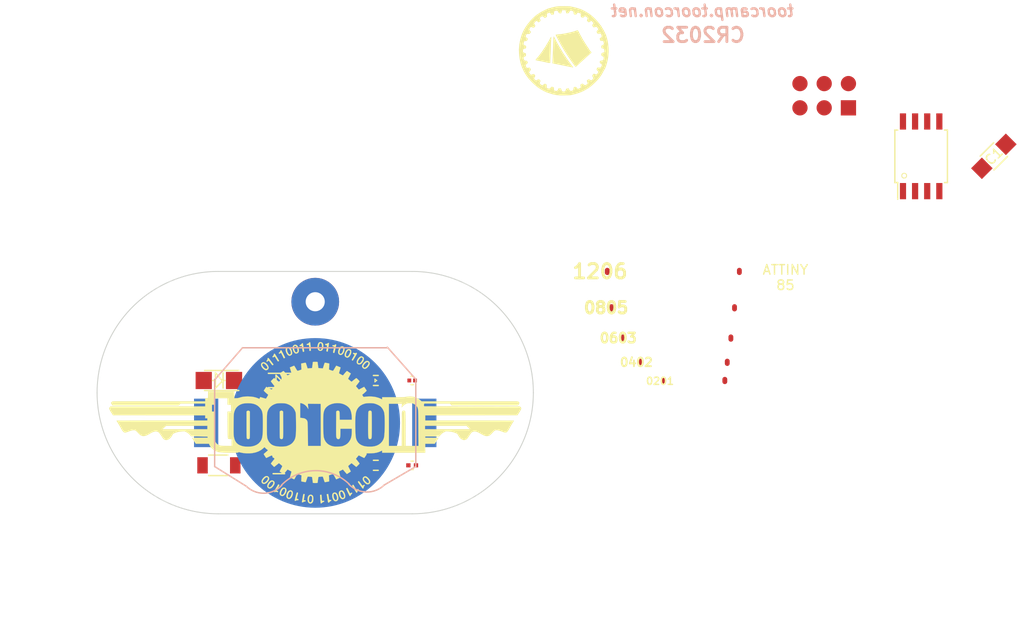
<source format=kicad_pcb>
(kicad_pcb (version 4) (host pcbnew 4.0.7)

  (general
    (links 36)
    (no_connects 36)
    (area 142.112999 63.805 242.084026 130.937001)
    (thickness 1.6)
    (drawings 25)
    (tracks 0)
    (zones 0)
    (modules 27)
    (nets 14)
  )

  (page USLetter)
  (layers
    (0 F.Cu signal)
    (31 B.Cu signal)
    (34 B.Paste user)
    (35 F.Paste user)
    (36 B.SilkS user)
    (37 F.SilkS user)
    (38 B.Mask user)
    (39 F.Mask user)
    (40 Dwgs.User user)
    (44 Edge.Cuts user)
  )

  (setup
    (last_trace_width 0.1524)
    (user_trace_width 0.254)
    (user_trace_width 0.3048)
    (user_trace_width 0.4064)
    (user_trace_width 0.6096)
    (user_trace_width 2.032)
    (trace_clearance 0.1524)
    (zone_clearance 0.508)
    (zone_45_only no)
    (trace_min 0.1524)
    (segment_width 0.254)
    (edge_width 0.1)
    (via_size 0.6858)
    (via_drill 0.3302)
    (via_min_size 0.6858)
    (via_min_drill 0.3302)
    (user_via 1 0.5)
    (uvia_size 0.762)
    (uvia_drill 0.508)
    (uvias_allowed no)
    (uvia_min_size 0.508)
    (uvia_min_drill 0.127)
    (pcb_text_width 0.3)
    (pcb_text_size 1.5 1.5)
    (mod_edge_width 0.15)
    (mod_text_size 1 1)
    (mod_text_width 0.15)
    (pad_size 5 5)
    (pad_drill 2)
    (pad_to_mask_clearance 0)
    (aux_axis_origin 0 0)
    (grid_origin 210.82 95.25)
    (visible_elements 7FFEFBFF)
    (pcbplotparams
      (layerselection 0x010f0_80000000)
      (usegerberextensions true)
      (excludeedgelayer true)
      (linewidth 0.100000)
      (plotframeref false)
      (viasonmask false)
      (mode 1)
      (useauxorigin false)
      (hpglpennumber 1)
      (hpglpenspeed 20)
      (hpglpendiameter 15)
      (hpglpenoverlay 2)
      (psnegative false)
      (psa4output false)
      (plotreference true)
      (plotvalue true)
      (plotinvisibletext false)
      (padsonsilk false)
      (subtractmaskfromsilk false)
      (outputformat 1)
      (mirror false)
      (drillshape 0)
      (scaleselection 1)
      (outputdirectory gerbers/))
  )

  (net 0 "")
  (net 1 GND)
  (net 2 +BATT)
  (net 3 "Net-(CON1-Pad1)")
  (net 4 "Net-(CON1-Pad3)")
  (net 5 "Net-(CON1-Pad4)")
  (net 6 "Net-(CON1-Pad5)")
  (net 7 "Net-(D1-Pad1)")
  (net 8 "Net-(D2-Pad1)")
  (net 9 "Net-(D3-Pad1)")
  (net 10 "Net-(D0-Pad1)")
  (net 11 "Net-(D3-Pad2)")
  (net 12 "Net-(D4-Pad2)")
  (net 13 "Net-(D4-Pad1)")

  (net_class Default "This is the default net class."
    (clearance 0.1524)
    (trace_width 0.1524)
    (via_dia 0.6858)
    (via_drill 0.3302)
    (uvia_dia 0.762)
    (uvia_drill 0.508)
    (add_net +BATT)
    (add_net GND)
    (add_net "Net-(CON1-Pad1)")
    (add_net "Net-(CON1-Pad3)")
    (add_net "Net-(CON1-Pad4)")
    (add_net "Net-(CON1-Pad5)")
    (add_net "Net-(D0-Pad1)")
    (add_net "Net-(D1-Pad1)")
    (add_net "Net-(D2-Pad1)")
    (add_net "Net-(D3-Pad1)")
    (add_net "Net-(D3-Pad2)")
    (add_net "Net-(D4-Pad1)")
    (add_net "Net-(D4-Pad2)")
  )

  (module footprints:toor_logo (layer F.Cu) (tedit 0) (tstamp 5B386A67)
    (at 167.64 107.95)
    (fp_text reference G*** (at 0 0) (layer F.SilkS) hide
      (effects (font (thickness 0.3)))
    )
    (fp_text value LOGO (at 0.75 0) (layer F.SilkS) hide
      (effects (font (thickness 0.3)))
    )
    (fp_poly (pts (xy -0.397884 7.526998) (xy -0.305197 7.57658) (xy -0.239148 7.653914) (xy -0.211387 7.731316)
      (xy -0.195259 7.841643) (xy -0.190873 7.968341) (xy -0.198338 8.09486) (xy -0.217765 8.204648)
      (xy -0.235168 8.255515) (xy -0.305245 8.364116) (xy -0.395508 8.431557) (xy -0.498358 8.455197)
      (xy -0.606195 8.432396) (xy -0.659377 8.402914) (xy -0.732224 8.324833) (xy -0.781682 8.212269)
      (xy -0.806226 8.076593) (xy -0.80509 7.988416) (xy -0.65861 7.988416) (xy -0.655914 8.11483)
      (xy -0.635401 8.22213) (xy -0.620848 8.257808) (xy -0.570188 8.314871) (xy -0.506599 8.326243)
      (xy -0.438487 8.292336) (xy -0.396212 8.246806) (xy -0.367049 8.195623) (xy -0.348542 8.128414)
      (xy -0.337702 8.031508) (xy -0.334001 7.962451) (xy -0.330716 7.856617) (xy -0.333418 7.788022)
      (xy -0.344758 7.743212) (xy -0.367385 7.708734) (xy -0.388351 7.68654) (xy -0.457655 7.639916)
      (xy -0.521434 7.643667) (xy -0.579109 7.697612) (xy -0.611951 7.757073) (xy -0.643839 7.862595)
      (xy -0.65861 7.988416) (xy -0.80509 7.988416) (xy -0.804326 7.929177) (xy -0.774458 7.781392)
      (xy -0.7514 7.717596) (xy -0.686104 7.614156) (xy -0.598586 7.54706) (xy -0.499097 7.517583)
      (xy -0.397884 7.526998)) (layer F.SilkS) (width 0.01))
    (fp_poly (pts (xy 0.657058 7.553956) (xy 0.663245 7.618497) (xy 0.670473 7.709662) (xy 0.673214 7.748083)
      (xy 0.6819 7.863651) (xy 0.691355 7.97417) (xy 0.699774 8.058785) (xy 0.701101 8.070164)
      (xy 0.714107 8.177429) (xy 0.826953 8.161962) (xy 0.896367 8.154432) (xy 0.929249 8.161027)
      (xy 0.939187 8.187606) (xy 0.9398 8.21062) (xy 0.930854 8.256328) (xy 0.89448 8.280912)
      (xy 0.850707 8.29146) (xy 0.771145 8.322831) (xy 0.722586 8.36774) (xy 0.672465 8.416741)
      (xy 0.624355 8.438623) (xy 0.596905 8.441643) (xy 0.578754 8.432068) (xy 0.566977 8.400916)
      (xy 0.558644 8.339203) (xy 0.550828 8.237948) (xy 0.548681 8.20642) (xy 0.539139 8.067753)
      (xy 0.528564 7.917772) (xy 0.518908 7.784089) (xy 0.516901 7.756923) (xy 0.501593 7.550946)
      (xy 0.574646 7.536916) (xy 0.628319 7.528473) (xy 0.653016 7.528076) (xy 0.657058 7.553956)) (layer F.SilkS) (width 0.01))
    (fp_poly (pts (xy 1.359167 7.448313) (xy 1.359216 7.448373) (xy 1.364882 7.474477) (xy 1.376735 7.540848)
      (xy 1.393063 7.637572) (xy 1.412155 7.754732) (xy 1.412951 7.7597) (xy 1.461784 8.0645)
      (xy 1.575442 8.0645) (xy 1.647801 8.068457) (xy 1.681671 8.083441) (xy 1.6891 8.109038)
      (xy 1.667402 8.149754) (xy 1.612063 8.191665) (xy 1.6002 8.197938) (xy 1.535162 8.241596)
      (xy 1.490303 8.291534) (xy 1.486226 8.29945) (xy 1.442826 8.346967) (xy 1.404827 8.3566)
      (xy 1.361955 8.344058) (xy 1.338841 8.297888) (xy 1.33384 8.27405) (xy 1.32451 8.219159)
      (xy 1.309094 8.125896) (xy 1.289525 8.006053) (xy 1.267736 7.871421) (xy 1.261351 7.831752)
      (xy 1.203523 7.472005) (xy 1.278918 7.456926) (xy 1.333358 7.44822) (xy 1.359167 7.448313)) (layer F.SilkS) (width 0.01))
    (fp_poly (pts (xy -1.142152 7.447836) (xy -1.116914 7.459099) (xy -1.112884 7.491279) (xy -1.117417 7.562333)
      (xy -1.129486 7.661248) (xy -1.145018 7.7597) (xy -1.164527 7.874802) (xy -1.180308 7.972325)
      (xy -1.190558 8.04084) (xy -1.193575 8.067603) (xy -1.17126 8.089016) (xy -1.115218 8.107929)
      (xy -1.0922 8.112353) (xy -1.022616 8.130152) (xy -0.993362 8.158045) (xy -0.9906 8.175755)
      (xy -1.003878 8.20934) (xy -1.051002 8.229375) (xy -1.094172 8.236803) (xy -1.171859 8.255428)
      (xy -1.233245 8.283965) (xy -1.242222 8.290947) (xy -1.292825 8.320313) (xy -1.346911 8.33026)
      (xy -1.386314 8.31978) (xy -1.395417 8.29945) (xy -1.3908 8.264662) (xy -1.379062 8.189015)
      (xy -1.361686 8.081714) (xy -1.340154 7.951967) (xy -1.324861 7.8613) (xy -1.298756 7.709854)
      (xy -1.278436 7.601252) (xy -1.26164 7.528179) (xy -1.246103 7.48332) (xy -1.229564 7.459361)
      (xy -1.20976 7.448985) (xy -1.196515 7.446399) (xy -1.142152 7.447836)) (layer F.SilkS) (width 0.01))
    (fp_poly (pts (xy 2.168416 7.314186) (xy 2.25555 7.38391) (xy 2.330079 7.493816) (xy 2.388493 7.638747)
      (xy 2.426826 7.8105) (xy 2.426894 7.938032) (xy 2.39167 8.04914) (xy 2.328133 8.13689)
      (xy 2.243265 8.194349) (xy 2.144046 8.214584) (xy 2.042064 8.192677) (xy 1.949163 8.127048)
      (xy 1.872104 8.021445) (xy 1.81536 7.885408) (xy 1.78341 7.728474) (xy 1.778 7.629858)
      (xy 1.779817 7.612764) (xy 1.919194 7.612764) (xy 1.939229 7.797875) (xy 1.995722 7.949301)
      (xy 2.04914 8.027045) (xy 2.110545 8.085555) (xy 2.163924 8.098182) (xy 2.219818 8.066328)
      (xy 2.2352 8.0518) (xy 2.271309 7.985401) (xy 2.283204 7.892495) (xy 2.274236 7.784518)
      (xy 2.247758 7.672905) (xy 2.207121 7.569092) (xy 2.155675 7.484515) (xy 2.096774 7.430609)
      (xy 2.049206 7.417188) (xy 1.980944 7.427239) (xy 1.940551 7.462129) (xy 1.922124 7.530739)
      (xy 1.919194 7.612764) (xy 1.779817 7.612764) (xy 1.793141 7.487422) (xy 1.839452 7.384561)
      (xy 1.918263 7.319736) (xy 2.030906 7.29141) (xy 2.072189 7.2898) (xy 2.168416 7.314186)) (layer F.SilkS) (width 0.01))
    (fp_poly (pts (xy -1.826061 7.302205) (xy -1.821469 7.303954) (xy -1.806956 7.31736) (xy -1.803291 7.348107)
      (xy -1.81153 7.404538) (xy -1.83273 7.494992) (xy -1.857642 7.589704) (xy -1.887853 7.703195)
      (xy -1.913185 7.800574) (xy -1.930627 7.870128) (xy -1.936901 7.898015) (xy -1.918167 7.930685)
      (xy -1.855283 7.95978) (xy -1.846332 7.962452) (xy -1.785631 7.984024) (xy -1.752967 8.00381)
      (xy -1.751082 8.008286) (xy -1.752474 8.047821) (xy -1.7526 8.0645) (xy -1.767787 8.089793)
      (xy -1.819263 8.101177) (xy -1.865086 8.1026) (xy -1.950085 8.111644) (xy -2.009336 8.135296)
      (xy -2.015672 8.1407) (xy -2.071106 8.174082) (xy -2.123796 8.172198) (xy -2.147343 8.151712)
      (xy -2.146709 8.119276) (xy -2.134407 8.046503) (xy -2.112239 7.942036) (xy -2.082007 7.814519)
      (xy -2.054668 7.707212) (xy -2.012625 7.549166) (xy -1.979452 7.434447) (xy -1.951705 7.357095)
      (xy -1.925938 7.311154) (xy -1.898706 7.290663) (xy -1.866562 7.289666) (xy -1.826061 7.302205)) (layer F.SilkS) (width 0.01))
    (fp_poly (pts (xy 2.849422 7.088514) (xy 2.937471 7.14916) (xy 3.017603 7.248553) (xy 3.083697 7.37467)
      (xy 3.129634 7.515489) (xy 3.149293 7.65899) (xy 3.1496 7.67812) (xy 3.135783 7.801989)
      (xy 3.091068 7.890614) (xy 3.01056 7.952393) (xy 2.981996 7.965583) (xy 2.903823 7.99337)
      (xy 2.844652 7.996095) (xy 2.779056 7.973324) (xy 2.754824 7.961703) (xy 2.663099 7.891468)
      (xy 2.585563 7.785449) (xy 2.525876 7.656163) (xy 2.487697 7.516126) (xy 2.474686 7.377855)
      (xy 2.475948 7.367963) (xy 2.630712 7.367963) (xy 2.630989 7.392406) (xy 2.644179 7.520369)
      (xy 2.677094 7.636948) (xy 2.724786 7.736167) (xy 2.782307 7.812051) (xy 2.844709 7.858625)
      (xy 2.907043 7.869912) (xy 2.964361 7.839938) (xy 2.983059 7.817548) (xy 3.013865 7.747475)
      (xy 3.0226 7.691501) (xy 3.008997 7.603037) (xy 2.973529 7.493082) (xy 2.924207 7.381234)
      (xy 2.869041 7.287089) (xy 2.844487 7.255768) (xy 2.794881 7.206295) (xy 2.755603 7.190334)
      (xy 2.70684 7.200508) (xy 2.701318 7.20245) (xy 2.662251 7.219338) (xy 2.640779 7.243592)
      (xy 2.631924 7.288653) (xy 2.630712 7.367963) (xy 2.475948 7.367963) (xy 2.490505 7.253868)
      (xy 2.524944 7.175529) (xy 2.589222 7.117998) (xy 2.681275 7.082126) (xy 2.78073 7.073377)
      (xy 2.849422 7.088514)) (layer F.SilkS) (width 0.01))
    (fp_poly (pts (xy -2.543589 7.066042) (xy -2.467984 7.093063) (xy -2.395702 7.155249) (xy -2.354 7.246834)
      (xy -2.340057 7.358944) (xy -2.351055 7.482701) (xy -2.384173 7.609229) (xy -2.436591 7.72965)
      (xy -2.505491 7.835089) (xy -2.588053 7.916669) (xy -2.681456 7.965512) (xy -2.748289 7.975505)
      (xy -2.809294 7.962345) (xy -2.880371 7.930355) (xy -2.887629 7.926064) (xy -2.964624 7.865653)
      (xy -3.006775 7.792981) (xy -3.019659 7.69478) (xy -3.018372 7.669372) (xy -2.875247 7.669372)
      (xy -2.86958 7.758516) (xy -2.847909 7.806754) (xy -2.78855 7.843836) (xy -2.717564 7.838585)
      (xy -2.649626 7.792131) (xy -2.648999 7.79145) (xy -2.578986 7.693029) (xy -2.522317 7.572645)
      (xy -2.484782 7.447345) (xy -2.47217 7.334176) (xy -2.477341 7.285971) (xy -2.513504 7.214673)
      (xy -2.57615 7.183356) (xy -2.65576 7.196163) (xy -2.669215 7.202471) (xy -2.728684 7.254762)
      (xy -2.782918 7.340772) (xy -2.82802 7.447326) (xy -2.860095 7.561251) (xy -2.875247 7.669372)
      (xy -3.018372 7.669372) (xy -3.01591 7.620805) (xy -2.985145 7.449543) (xy -2.92904 7.303869)
      (xy -2.852213 7.188234) (xy -2.759283 7.107086) (xy -2.654869 7.064872) (xy -2.543589 7.066042)) (layer F.SilkS) (width 0.01))
    (fp_poly (pts (xy 3.368205 6.814138) (xy 3.381947 6.839164) (xy 3.412939 6.900914) (xy 3.456649 6.990221)
      (xy 3.508546 7.097915) (xy 3.510973 7.102987) (xy 3.6449 7.382996) (xy 3.7465 7.33752)
      (xy 3.810236 7.310696) (xy 3.843414 7.305528) (xy 3.861414 7.321987) (xy 3.86905 7.337281)
      (xy 3.872091 7.376673) (xy 3.84252 7.426378) (xy 3.7992 7.473319) (xy 3.746549 7.533384)
      (xy 3.71378 7.585038) (xy 3.7084 7.603866) (xy 3.688226 7.647182) (xy 3.661129 7.66891)
      (xy 3.641793 7.674154) (xy 3.621423 7.664482) (xy 3.596256 7.634017) (xy 3.56253 7.576883)
      (xy 3.51648 7.487205) (xy 3.454343 7.359107) (xy 3.429882 7.307854) (xy 3.368182 7.178053)
      (xy 3.313944 7.063513) (xy 3.271031 6.972429) (xy 3.243308 6.912994) (xy 3.23487 6.894274)
      (xy 3.247798 6.869137) (xy 3.287789 6.838908) (xy 3.334211 6.815988) (xy 3.366432 6.812775)
      (xy 3.368205 6.814138)) (layer F.SilkS) (width 0.01))
    (fp_poly (pts (xy -3.167917 6.793537) (xy -3.075309 6.863458) (xy -3.020123 6.963091) (xy -3.006556 7.083721)
      (xy -3.010769 7.119967) (xy -3.047994 7.25967) (xy -3.108909 7.391971) (xy -3.186671 7.507994)
      (xy -3.274436 7.598863) (xy -3.365359 7.655701) (xy -3.435424 7.670705) (xy -3.51416 7.65693)
      (xy -3.594906 7.623531) (xy -3.601084 7.619893) (xy -3.664121 7.56738) (xy -3.707976 7.506235)
      (xy -3.710896 7.499338) (xy -3.721001 7.43458) (xy -3.580088 7.43458) (xy -3.559955 7.502274)
      (xy -3.55092 7.513319) (xy -3.489924 7.54202) (xy -3.415708 7.530374) (xy -3.342258 7.480937)
      (xy -3.335434 7.47395) (xy -3.261057 7.376053) (xy -3.203847 7.264212) (xy -3.166876 7.150022)
      (xy -3.153219 7.045082) (xy -3.165949 6.960989) (xy -3.189515 6.923314) (xy -3.239895 6.889151)
      (xy -3.293414 6.893316) (xy -3.362019 6.937403) (xy -3.374962 6.948072) (xy -3.444227 7.024854)
      (xy -3.503132 7.123973) (xy -3.547917 7.233352) (xy -3.574822 7.340914) (xy -3.580088 7.43458)
      (xy -3.721001 7.43458) (xy -3.726143 7.401637) (xy -3.71235 7.278374) (xy -3.671884 7.143915)
      (xy -3.640865 7.0739) (xy -3.552254 6.928835) (xy -3.454208 6.828772) (xy -3.3494 6.775294)
      (xy -3.240505 6.769988) (xy -3.167917 6.793537)) (layer F.SilkS) (width 0.01))
    (fp_poly (pts (xy 4.01394 6.505944) (xy 4.048256 6.564465) (xy 4.097503 6.648966) (xy 4.152511 6.7437)
      (xy 4.211405 6.844851) (xy 4.260797 6.928862) (xy 4.295264 6.986561) (xy 4.309165 7.008567)
      (xy 4.334746 7.003999) (xy 4.388129 6.979728) (xy 4.41461 6.965456) (xy 4.475373 6.933265)
      (xy 4.50835 6.92594) (xy 4.529492 6.942509) (xy 4.539604 6.957836) (xy 4.552263 6.994389)
      (xy 4.534914 7.032374) (xy 4.494077 7.075549) (xy 4.436912 7.151075) (xy 4.4196 7.215634)
      (xy 4.398991 7.281137) (xy 4.342981 7.313347) (xy 4.321307 7.3152) (xy 4.302973 7.294457)
      (xy 4.263874 7.237136) (xy 4.208742 7.150596) (xy 4.142308 7.0422) (xy 4.095821 6.96438)
      (xy 4.02422 6.842541) (xy 3.961407 6.73413) (xy 3.912169 6.647528) (xy 3.881292 6.591115)
      (xy 3.873555 6.575204) (xy 3.882705 6.535258) (xy 3.9266 6.505973) (xy 3.976378 6.486209)
      (xy 3.999811 6.482399) (xy 4.01394 6.505944)) (layer F.SilkS) (width 0.01))
    (fp_poly (pts (xy -3.802498 6.468028) (xy -3.77361 6.482958) (xy -3.755559 6.497422) (xy -3.750768 6.518583)
      (xy -3.761661 6.553603) (xy -3.790663 6.609647) (xy -3.840196 6.693878) (xy -3.912685 6.813459)
      (xy -3.927825 6.838412) (xy -4.063968 7.062932) (xy -3.975084 7.115375) (xy -3.913808 7.154773)
      (xy -3.890452 7.184139) (xy -3.897704 7.216566) (xy -3.908428 7.234736) (xy -3.932332 7.254093)
      (xy -3.976278 7.252622) (xy -4.031293 7.238188) (xy -4.114635 7.221076) (xy -4.173941 7.230524)
      (xy -4.185585 7.236101) (xy -4.232942 7.259352) (xy -4.261461 7.258421) (xy -4.297213 7.23265)
      (xy -4.308892 7.216679) (xy -4.308932 7.191032) (xy -4.294439 7.149457) (xy -4.262517 7.085703)
      (xy -4.210272 6.993517) (xy -4.13481 6.866648) (xy -4.104424 6.816279) (xy -3.871912 6.431658)
      (xy -3.802498 6.468028)) (layer F.SilkS) (width 0.01))
    (fp_poly (pts (xy 4.587837 6.115627) (xy 4.635979 6.168977) (xy 4.698682 6.247748) (xy 4.764472 6.3373)
      (xy 4.833684 6.432208) (xy 4.893773 6.509554) (xy 4.938068 6.561082) (xy 4.95939 6.5786)
      (xy 4.99416 6.564995) (xy 5.049198 6.531468) (xy 5.060597 6.523529) (xy 5.112861 6.48937)
      (xy 5.142334 6.484581) (xy 5.166344 6.50737) (xy 5.16993 6.512213) (xy 5.186186 6.548493)
      (xy 5.169985 6.585324) (xy 5.140961 6.616929) (xy 5.087197 6.69313) (xy 5.075706 6.781158)
      (xy 5.077163 6.796756) (xy 5.062559 6.833193) (xy 5.032023 6.868144) (xy 5.0135 6.882096)
      (xy 4.994476 6.884669) (xy 4.970104 6.87093) (xy 4.935542 6.835944) (xy 4.885944 6.774779)
      (xy 4.816466 6.682501) (xy 4.722264 6.554176) (xy 4.718033 6.548387) (xy 4.622782 6.417261)
      (xy 4.554554 6.320508) (xy 4.509867 6.251883) (xy 4.485241 6.205136) (xy 4.477193 6.174022)
      (xy 4.482243 6.152291) (xy 4.490719 6.14045) (xy 4.533995 6.105073) (xy 4.561248 6.096)
      (xy 4.587837 6.115627)) (layer F.SilkS) (width 0.01))
    (fp_poly (pts (xy -4.391997 6.060425) (xy -4.377769 6.068729) (xy -4.295719 6.144334) (xy -4.256618 6.241787)
      (xy -4.25986 6.356788) (xy -4.304841 6.485036) (xy -4.390955 6.622232) (xy -4.468582 6.714043)
      (xy -4.586964 6.818648) (xy -4.700827 6.87422) (xy -4.808898 6.880387) (xy -4.902899 6.841583)
      (xy -4.980024 6.778602) (xy -5.018481 6.71043) (xy -5.027127 6.632339) (xy -4.9022 6.632339)
      (xy -4.885053 6.708469) (xy -4.838519 6.748396) (xy -4.769965 6.75099) (xy -4.686756 6.715118)
      (xy -4.631931 6.67385) (xy -4.534936 6.574518) (xy -4.462256 6.471513) (xy -4.415458 6.371848)
      (xy -4.39611 6.282536) (xy -4.405777 6.210589) (xy -4.446029 6.163021) (xy -4.514148 6.1468)
      (xy -4.582907 6.16857) (xy -4.661586 6.226528) (xy -4.74137 6.309644) (xy -4.813442 6.406885)
      (xy -4.868988 6.507221) (xy -4.89919 6.599621) (xy -4.9022 6.632339) (xy -5.027127 6.632339)
      (xy -5.028645 6.618633) (xy -5.028643 6.618195) (xy -5.0043 6.476722) (xy -4.935649 6.330216)
      (xy -4.836786 6.198825) (xy -4.720484 6.091038) (xy -4.609489 6.032582) (xy -4.500945 6.022647)
      (xy -4.391997 6.060425)) (layer F.SilkS) (width 0.01))
    (fp_poly (pts (xy 5.341315 5.611352) (xy 5.396067 5.64245) (xy 5.469787 5.697317) (xy 5.540118 5.758288)
      (xy 5.663245 5.893205) (xy 5.740922 6.023578) (xy 5.772554 6.146565) (xy 5.757546 6.259321)
      (xy 5.695302 6.359005) (xy 5.670855 6.382835) (xy 5.583501 6.429769) (xy 5.478927 6.441735)
      (xy 5.378727 6.416542) (xy 5.3721 6.413152) (xy 5.278232 6.348372) (xy 5.177488 6.256032)
      (xy 5.08685 6.153418) (xy 5.02364 6.058472) (xy 4.990047 5.970442) (xy 4.972302 5.879136)
      (xy 4.971472 5.860277) (xy 4.975867 5.84059) (xy 5.11025 5.84059) (xy 5.114151 5.923375)
      (xy 5.116381 5.933094) (xy 5.146754 5.99419) (xy 5.205571 6.072552) (xy 5.280581 6.155039)
      (xy 5.359532 6.228512) (xy 5.430174 6.279829) (xy 5.4483 6.28911) (xy 5.507901 6.314446)
      (xy 5.541048 6.319747) (xy 5.56836 6.304077) (xy 5.592349 6.282563) (xy 5.632628 6.214724)
      (xy 5.629117 6.128007) (xy 5.582381 6.028308) (xy 5.56587 6.00456) (xy 5.465987 5.88507)
      (xy 5.366606 5.795714) (xy 5.274254 5.740987) (xy 5.195456 5.725383) (xy 5.168901 5.731214)
      (xy 5.130061 5.770536) (xy 5.11025 5.84059) (xy 4.975867 5.84059) (xy 4.994333 5.757888)
      (xy 5.055189 5.67434) (xy 5.142448 5.617435) (xy 5.244519 5.594974) (xy 5.341315 5.611352)) (layer F.SilkS) (width 0.01))
    (fp_poly (pts (xy -4.977125 5.589882) (xy -4.895718 5.649314) (xy -4.84243 5.73941) (xy -4.826 5.84083)
      (xy -4.84734 5.950764) (xy -4.905687 6.070634) (xy -4.992537 6.187811) (xy -5.099385 6.289664)
      (xy -5.154823 6.329113) (xy -5.281851 6.388411) (xy -5.398081 6.398415) (xy -5.50292 6.359115)
      (xy -5.534388 6.335768) (xy -5.607377 6.245355) (xy -5.630659 6.148251) (xy -5.50277 6.148251)
      (xy -5.491413 6.185133) (xy -5.475659 6.210875) (xy -5.41974 6.262171) (xy -5.346968 6.267997)
      (xy -5.254181 6.228537) (xy -5.246887 6.224104) (xy -5.15785 6.153909) (xy -5.0744 6.061943)
      (xy -5.00625 5.96187) (xy -4.963115 5.867359) (xy -4.953 5.810649) (xy -4.972346 5.736664)
      (xy -5.029121 5.696613) (xy -5.082333 5.6896) (xy -5.146757 5.70937) (xy -5.227105 5.761889)
      (xy -5.31215 5.836972) (xy -5.390663 5.924433) (xy -5.451419 6.014086) (xy -5.46155 6.033635)
      (xy -5.493314 6.104004) (xy -5.50277 6.148251) (xy -5.630659 6.148251) (xy -5.632877 6.139002)
      (xy -5.610262 6.020383) (xy -5.594471 5.983921) (xy -5.480961 5.806746) (xy -5.328369 5.656898)
      (xy -5.29935 5.635019) (xy -5.188012 5.578791) (xy -5.07758 5.56506) (xy -4.977125 5.589882)) (layer F.SilkS) (width 0.01))
    (fp_poly (pts (xy 0.125229 -6.398834) (xy 0.205517 -6.392458) (xy 0.246591 -6.380962) (xy 0.255099 -6.36905)
      (xy 0.259013 -6.319675) (xy 0.267692 -6.238546) (xy 0.279605 -6.137621) (xy 0.293222 -6.028855)
      (xy 0.307012 -5.924205) (xy 0.319443 -5.835627) (xy 0.328987 -5.775077) (xy 0.333772 -5.754482)
      (xy 0.361465 -5.748992) (xy 0.427937 -5.741365) (xy 0.521282 -5.732878) (xy 0.5715 -5.728924)
      (xy 0.8001 -5.711773) (xy 0.886544 -5.99124) (xy 0.922187 -6.104392) (xy 0.953563 -6.200194)
      (xy 0.977066 -6.267865) (xy 0.988503 -6.295808) (xy 1.022424 -6.304355) (xy 1.102902 -6.297706)
      (xy 1.228101 -6.276123) (xy 1.396186 -6.239865) (xy 1.419018 -6.234572) (xy 1.479137 -6.220542)
      (xy 1.460939 -5.923321) (xy 1.453476 -5.804831) (xy 1.446805 -5.705072) (xy 1.441675 -5.634894)
      (xy 1.43892 -5.60553) (xy 1.45934 -5.589679) (xy 1.515334 -5.564608) (xy 1.593595 -5.534933)
      (xy 1.68082 -5.505271) (xy 1.763701 -5.480239) (xy 1.828934 -5.464456) (xy 1.854436 -5.461341)
      (xy 1.882619 -5.482824) (xy 1.928449 -5.543012) (xy 1.98713 -5.635035) (xy 2.040513 -5.7277)
      (xy 2.099379 -5.830998) (xy 2.150758 -5.915668) (xy 2.189159 -5.973028) (xy 2.209093 -5.994398)
      (xy 2.209187 -5.9944) (xy 2.240477 -5.985151) (xy 2.306827 -5.960364) (xy 2.396594 -5.924484)
      (xy 2.44631 -5.903902) (xy 2.6625 -5.813403) (xy 2.617032 -5.656252) (xy 2.583581 -5.54108)
      (xy 2.54737 -5.417068) (xy 2.528032 -5.351167) (xy 2.50643 -5.272174) (xy 2.49407 -5.215654)
      (xy 2.4932 -5.195761) (xy 2.517918 -5.181082) (xy 2.576724 -5.148105) (xy 2.659041 -5.102734)
      (xy 2.701938 -5.079298) (xy 2.797103 -5.028036) (xy 2.858084 -4.998706) (xy 2.895259 -4.988851)
      (xy 2.919007 -4.996011) (xy 2.939706 -5.01773) (xy 2.943238 -5.022154) (xy 3.061453 -5.167496)
      (xy 3.16289 -5.28576) (xy 3.244378 -5.373549) (xy 3.302744 -5.427468) (xy 3.334813 -5.44412)
      (xy 3.336831 -5.443403) (xy 3.369953 -5.422316) (xy 3.433645 -5.380507) (xy 3.516323 -5.3256)
      (xy 3.550728 -5.302607) (xy 3.735956 -5.178597) (xy 3.4417 -4.617475) (xy 3.5433 -4.528504)
      (xy 3.620773 -4.462349) (xy 3.698423 -4.398613) (xy 3.726042 -4.376826) (xy 3.807184 -4.314119)
      (xy 4.046444 -4.50656) (xy 4.140882 -4.581052) (xy 4.221772 -4.642124) (xy 4.28059 -4.683523)
      (xy 4.308805 -4.698998) (xy 4.308936 -4.699001) (xy 4.336669 -4.681855) (xy 4.388278 -4.637225)
      (xy 4.453583 -4.575321) (xy 4.522404 -4.506355) (xy 4.584563 -4.440536) (xy 4.629879 -4.388076)
      (xy 4.648174 -4.359184) (xy 4.6482 -4.358698) (xy 4.633344 -4.331489) (xy 4.592878 -4.27316)
      (xy 4.532952 -4.192236) (xy 4.459715 -4.097244) (xy 4.458419 -4.095592) (xy 4.268638 -3.853923)
      (xy 4.317309 -3.787512) (xy 4.361695 -3.731113) (xy 4.423865 -3.65699) (xy 4.467683 -3.6068)
      (xy 4.569385 -3.4925) (xy 4.849533 -3.638232) (xy 5.129682 -3.783963) (xy 5.252749 -3.600132)
      (xy 5.310463 -3.513526) (xy 5.358018 -3.441436) (xy 5.387743 -3.395519) (xy 5.392695 -3.387482)
      (xy 5.379799 -3.363578) (xy 5.336213 -3.31475) (xy 5.270178 -3.24871) (xy 5.189936 -3.173167)
      (xy 5.103726 -3.095832) (xy 5.019792 -3.024416) (xy 4.946373 -2.966629) (xy 4.930864 -2.955383)
      (xy 4.937263 -2.931849) (xy 4.963749 -2.878376) (xy 4.990471 -2.830882) (xy 5.0324 -2.763144)
      (xy 5.064705 -2.730447) (xy 5.102514 -2.723472) (xy 5.152307 -2.731202) (xy 5.301076 -2.752484)
      (xy 5.482382 -2.766399) (xy 5.678401 -2.772241) (xy 5.87131 -2.769308) (xy 5.971466 -2.76356)
      (xy 6.311703 -2.718648) (xy 6.617714 -2.637943) (xy 6.82625 -2.553549) (xy 7.0104 -2.466304)
      (xy 7.0104 -2.6924) (xy 8.17245 -2.692776) (xy 8.458363 -2.693132) (xy 8.698237 -2.694093)
      (xy 8.896829 -2.695802) (xy 9.058896 -2.698401) (xy 9.189197 -2.702031) (xy 9.292488 -2.706834)
      (xy 9.373529 -2.712953) (xy 9.437077 -2.720529) (xy 9.487889 -2.729704) (xy 9.4996 -2.732369)
      (xy 9.647995 -2.75649) (xy 9.826047 -2.768509) (xy 10.014075 -2.768418) (xy 10.192395 -2.75621)
      (xy 10.3378 -2.732708) (xy 10.534589 -2.669014) (xy 10.735829 -2.572701) (xy 10.920128 -2.454887)
      (xy 11.005913 -2.385495) (xy 11.146041 -2.2606) (xy 16.197937 -2.260601) (xy 21.249834 -2.260601)
      (xy 21.329345 -2.178051) (xy 21.408855 -2.0955) (xy 21.328206 -1.96215) (xy 21.247556 -1.8288)
      (xy 14.310509 -1.8288) (xy 14.2113 -1.9304) (xy 14.11209 -2.032) (xy 11.436163 -2.032)
      (xy 11.405134 -1.957091) (xy 11.387778 -1.859851) (xy 11.397819 -1.811041) (xy 11.421532 -1.7399)
      (xy 21.447652 -1.727074) (xy 21.518826 -1.658885) (xy 21.563527 -1.607753) (xy 21.586848 -1.554673)
      (xy 21.587104 -1.492522) (xy 21.562614 -1.414176) (xy 21.511694 -1.312514) (xy 21.432661 -1.180411)
      (xy 21.389806 -1.112773) (xy 21.189612 -0.8001) (xy 11.5316 -0.78727) (xy 11.5316 -0.254)
      (xy 16.1798 -0.254) (xy 16.661687 -0.253938) (xy 17.129772 -0.253755) (xy 17.581541 -0.253457)
      (xy 18.014479 -0.253051) (xy 18.426073 -0.252542) (xy 18.81381 -0.251939) (xy 19.175175 -0.251245)
      (xy 19.507655 -0.250469) (xy 19.808735 -0.249616) (xy 20.075903 -0.248693) (xy 20.306644 -0.247705)
      (xy 20.498445 -0.246659) (xy 20.648791 -0.245562) (xy 20.75517 -0.244419) (xy 20.815067 -0.243237)
      (xy 20.828 -0.242368) (xy 20.815197 -0.217738) (xy 20.780197 -0.158702) (xy 20.728108 -0.073692)
      (xy 20.664039 0.028863) (xy 20.653236 0.045991) (xy 20.569304 0.183182) (xy 20.479762 0.336554)
      (xy 20.396881 0.484766) (xy 20.346874 0.578914) (xy 20.246704 0.756305) (xy 20.152296 0.885877)
      (xy 20.061391 0.969978) (xy 19.971735 1.010952) (xy 19.926451 1.016) (xy 19.868171 1.006456)
      (xy 19.776324 0.980521) (xy 19.663852 0.942236) (xy 19.551874 0.899005) (xy 19.33508 0.820975)
      (xy 19.145813 0.774979) (xy 18.987401 0.761544) (xy 18.863168 0.781198) (xy 18.847378 0.78716)
      (xy 18.800096 0.818265) (xy 18.729413 0.87885) (xy 18.645149 0.959968) (xy 18.563033 1.046182)
      (xy 18.44154 1.173846) (xy 18.340038 1.265446) (xy 18.249087 1.326326) (xy 18.159246 1.361828)
      (xy 18.061076 1.377295) (xy 17.975042 1.378936) (xy 17.88665 1.372471) (xy 17.797892 1.354494)
      (xy 17.700923 1.32176) (xy 17.5879 1.271024) (xy 17.450977 1.199043) (xy 17.282311 1.102573)
      (xy 17.224935 1.06872) (xy 17.026459 0.966174) (xy 16.848957 0.907411) (xy 16.688783 0.89178)
      (xy 16.542292 0.918627) (xy 16.493578 0.937939) (xy 16.445873 0.963109) (xy 16.400575 0.996753)
      (xy 16.352583 1.04501) (xy 16.2968 1.11402) (xy 16.228126 1.209921) (xy 16.141463 1.338854)
      (xy 16.07013 1.4478) (xy 15.992482 1.562891) (xy 15.930527 1.642925) (xy 15.875626 1.697438)
      (xy 15.819139 1.735966) (xy 15.799768 1.74625) (xy 15.68654 1.790447) (xy 15.581846 1.79855)
      (xy 15.468235 1.770373) (xy 15.401248 1.741978) (xy 15.245828 1.642881) (xy 15.108213 1.498094)
      (xy 14.987082 1.306225) (xy 14.986 1.30416) (xy 14.937603 1.215671) (xy 14.896527 1.158952)
      (xy 14.847848 1.120104) (xy 14.776641 1.085228) (xy 14.730111 1.06583) (xy 14.501767 0.983972)
      (xy 14.279315 0.930858) (xy 14.039246 0.901295) (xy 13.963159 0.896395) (xy 13.689618 0.881759)
      (xy 13.500389 0.975281) (xy 13.377509 1.04394) (xy 13.273146 1.123116) (xy 13.166887 1.228616)
      (xy 13.151629 1.245355) (xy 12.9921 1.421907) (xy 12.26185 1.422153) (xy 11.5316 1.4224)
      (xy 11.5316 1.548596) (xy 12.228815 1.555348) (xy 12.926031 1.5621) (xy 12.723411 1.87325)
      (xy 12.52079 2.1844) (xy 11.5316 2.1844) (xy 11.5316 3.1242) (xy 7.0104 3.1242)
      (xy 7.0104 2.894744) (xy 6.88975 2.955142) (xy 6.668812 3.05047) (xy 6.436175 3.119104)
      (xy 6.18181 3.16306) (xy 5.895685 3.184355) (xy 5.735859 3.187137) (xy 5.586156 3.187695)
      (xy 5.480698 3.1894) (xy 5.412933 3.193036) (xy 5.376308 3.199385) (xy 5.36427 3.209231)
      (xy 5.370266 3.223357) (xy 5.376034 3.230148) (xy 5.391515 3.253858) (xy 5.391719 3.283017)
      (xy 5.372905 3.327174) (xy 5.331332 3.395879) (xy 5.281505 3.471448) (xy 5.223287 3.558391)
      (xy 5.176609 3.627843) (xy 5.14801 3.670089) (xy 5.142358 3.678205) (xy 5.118704 3.670532)
      (xy 5.058638 3.643866) (xy 4.971001 3.602299) (xy 4.864631 3.549928) (xy 4.854501 3.544855)
      (xy 4.746321 3.490992) (xy 4.655665 3.446593) (xy 4.591565 3.416029) (xy 4.563053 3.403671)
      (xy 4.562584 3.4036) (xy 4.543195 3.422001) (xy 4.499868 3.471289) (xy 4.440281 3.54259)
      (xy 4.407825 3.58244) (xy 4.263328 3.761281) (xy 4.455764 4.000535) (xy 4.530206 4.094713)
      (xy 4.591252 4.175032) (xy 4.632661 4.233066) (xy 4.648195 4.260383) (xy 4.6482 4.260525)
      (xy 4.63121 4.286259) (xy 4.585588 4.338282) (xy 4.519356 4.40771) (xy 4.47675 4.450393)
      (xy 4.3053 4.619525) (xy 3.805102 4.217419) (xy 3.629751 4.361675) (xy 3.551754 4.428413)
      (xy 3.491595 4.484784) (xy 3.458257 4.522143) (xy 3.4544 4.530421) (xy 3.465685 4.561328)
      (xy 3.496383 4.627155) (xy 3.541759 4.718129) (xy 3.595079 4.820709) (xy 3.649176 4.924461)
      (xy 3.692358 5.01024) (xy 3.720234 5.069112) (xy 3.728429 5.092134) (xy 3.690933 5.118619)
      (xy 3.627428 5.161358) (xy 3.549295 5.212937) (xy 3.467913 5.265943) (xy 3.394665 5.312964)
      (xy 3.340931 5.346587) (xy 3.318099 5.3594) (xy 3.298132 5.341229) (xy 3.252083 5.291656)
      (xy 3.186648 5.218088) (xy 3.108525 5.127933) (xy 3.102355 5.120725) (xy 2.898204 4.882051)
      (xy 2.700052 4.984816) (xy 2.610517 5.031504) (xy 2.539957 5.068775) (xy 2.49916 5.09091)
      (xy 2.493469 5.094338) (xy 2.496631 5.119903) (xy 2.511495 5.184457) (xy 2.535645 5.278192)
      (xy 2.56602 5.388997) (xy 2.598096 5.503761) (xy 2.624819 5.60075) (xy 2.643314 5.669435)
      (xy 2.650651 5.698916) (xy 2.630368 5.717465) (xy 2.572822 5.749573) (xy 2.48795 5.790019)
      (xy 2.4257 5.817105) (xy 2.1971 5.913278) (xy 2.114804 5.769689) (xy 2.056453 5.665974)
      (xy 1.99538 5.554528) (xy 1.962404 5.49281) (xy 1.921624 5.421669) (xy 1.887455 5.373286)
      (xy 1.870618 5.35946) (xy 1.837998 5.366565) (xy 1.769432 5.385591) (xy 1.67737 5.413019)
      (xy 1.635916 5.425816) (xy 1.533499 5.459047) (xy 1.471368 5.484002) (xy 1.440835 5.505916)
      (xy 1.433215 5.530023) (xy 1.435727 5.546466) (xy 1.44168 5.593998) (xy 1.447459 5.678732)
      (xy 1.452262 5.787073) (xy 1.454529 5.865792) (xy 1.4605 6.130884) (xy 1.233259 6.177031)
      (xy 1.131803 6.195358) (xy 1.050123 6.205847) (xy 1.00017 6.207165) (xy 0.990878 6.204039)
      (xy 0.977476 6.173296) (xy 0.952844 6.104773) (xy 0.920729 6.009232) (xy 0.891411 5.9182)
      (xy 0.855676 5.80842) (xy 0.82392 5.71677) (xy 0.800007 5.654052) (xy 0.788974 5.6318)
      (xy 0.757983 5.62627) (xy 0.691395 5.626862) (xy 0.603862 5.632239) (xy 0.510036 5.641065)
      (xy 0.424571 5.652006) (xy 0.362117 5.663726) (xy 0.338466 5.672867) (xy 0.330983 5.700808)
      (xy 0.319212 5.766932) (xy 0.304878 5.858976) (xy 0.289705 5.964681) (xy 0.275418 6.071785)
      (xy 0.263742 6.168027) (xy 0.256401 6.241147) (xy 0.254826 6.26745) (xy 0.238758 6.283083)
      (xy 0.187697 6.293086) (xy 0.0959 6.298176) (xy 0 6.2992) (xy -0.125118 6.297242)
      (xy -0.205313 6.290892) (xy -0.246327 6.279434) (xy -0.254827 6.26745) (xy -0.258982 6.21266)
      (xy -0.26844 6.127873) (xy -0.281475 6.02535) (xy -0.296364 5.91735) (xy -0.311381 5.816136)
      (xy -0.324802 5.733968) (xy -0.334901 5.683107) (xy -0.338467 5.672867) (xy -0.371562 5.661495)
      (xy -0.439531 5.649821) (xy -0.527719 5.639179) (xy -0.621476 5.630907) (xy -0.706148 5.626339)
      (xy -0.767083 5.626811) (xy -0.788975 5.6318) (xy -0.803592 5.6628) (xy -0.829215 5.731572)
      (xy -0.86198 5.827315) (xy -0.891412 5.9182) (xy -0.926872 6.027872) (xy -0.957921 6.11936)
      (xy -0.980815 6.1819) (xy -0.990879 6.204039) (xy -1.02082 6.207725) (xy -1.088372 6.201585)
      (xy -1.181584 6.186951) (xy -1.23326 6.177031) (xy -1.4605 6.130884) (xy -1.45453 5.865792)
      (xy -1.450823 5.74926) (xy -1.445607 5.647262) (xy -1.439681 5.573391) (xy -1.435728 5.546466)
      (xy -1.434296 5.518836) (xy -1.450904 5.496336) (xy -1.494237 5.473732) (xy -1.572982 5.445789)
      (xy -1.635917 5.425816) (xy -1.73399 5.39597) (xy -1.813649 5.37309) (xy -1.862444 5.360694)
      (xy -1.870619 5.35946) (xy -1.89308 5.380199) (xy -1.929189 5.433917) (xy -1.962405 5.49281)
      (xy -2.01603 5.592531) (xy -2.078108 5.704826) (xy -2.114805 5.769689) (xy -2.1971 5.913278)
      (xy -2.4257 5.817105) (xy -2.522566 5.774104) (xy -2.598291 5.736192) (xy -2.642939 5.708589)
      (xy -2.650652 5.698916) (xy -2.642685 5.667045) (xy -2.623748 5.596826) (xy -2.596716 5.498787)
      (xy -2.566021 5.388997) (xy -2.535108 5.276172) (xy -2.511114 5.182907) (xy -2.496453 5.119011)
      (xy -2.49347 5.094338) (xy -2.518305 5.080391) (xy -2.5775 5.048872) (xy -2.660267 5.005498)
      (xy -2.700053 4.984816) (xy -2.898205 4.882051) (xy -3.102356 5.120725) (xy -3.181159 5.211823)
      (xy -3.247775 5.286889) (xy -3.295507 5.338514) (xy -3.317658 5.359291) (xy -3.3181 5.3594)
      (xy -3.341024 5.346532) (xy -3.394815 5.31287) (xy -3.468095 5.265826) (xy -3.549482 5.212815)
      (xy -3.627595 5.161248) (xy -3.691054 5.118538) (xy -3.72843 5.092134) (xy -3.720155 5.068931)
      (xy -3.692204 5.009925) (xy -3.648966 4.92405) (xy -3.59508 4.820709) (xy -3.539987 4.714473)
      (xy -3.495014 4.623669) (xy -3.464909 4.558168) (xy -3.4544 4.528216) (xy -3.472969 4.501301)
      (xy -3.522613 4.452018) (xy -3.594237 4.389099) (xy -3.629984 4.359656) (xy -3.805568 4.217791)
      (xy -4.3053 4.619525) (xy -4.47675 4.450393) (xy -4.550944 4.375148) (xy -4.60897 4.312389)
      (xy -4.642807 4.270999) (xy -4.6482 4.260525) (xy -4.633133 4.233771) (xy -4.592091 4.176165)
      (xy -4.531312 4.096137) (xy -4.457036 4.002116) (xy -4.455765 4.000535) (xy -4.263329 3.761281)
      (xy -4.407826 3.58244) (xy -4.472533 3.503661) (xy -4.524703 3.442591) (xy -4.556658 3.408105)
      (xy -4.562585 3.4036) (xy -4.587898 3.414332) (xy -4.649513 3.443616) (xy -4.738398 3.48708)
      (xy -4.845522 3.540354) (xy -4.854502 3.544855) (xy -4.962117 3.597993) (xy -5.051791 3.640693)
      (xy -5.114683 3.66886) (xy -5.141955 3.678398) (xy -5.142359 3.678205) (xy -5.158252 3.655027)
      (xy -5.195827 3.59929) (xy -5.24856 3.520687) (xy -5.282036 3.470662) (xy -5.344584 3.374286)
      (xy -5.380408 3.310223) (xy -5.393123 3.270042) (xy -5.386346 3.24531) (xy -5.381106 3.239692)
      (xy -5.347463 3.210329) (xy -5.285367 3.157204) (xy -5.205263 3.089229) (xy -5.1562 3.047803)
      (xy -5.074213 2.977541) (xy -5.008272 2.918843) (xy -4.967217 2.879695) (xy -4.958168 2.868825)
      (xy -4.972627 2.845152) (xy -5.017914 2.80908) (xy -5.034368 2.798401) (xy -5.101667 2.74901)
      (xy -5.179407 2.681392) (xy -5.217818 2.643903) (xy -5.317536 2.541406) (xy -5.437693 2.653799)
      (xy -5.672888 2.839048) (xy -5.941217 2.985807) (xy -6.242649 3.094064) (xy -6.57715 3.163807)
      (xy -6.858 3.191297) (xy -7.213087 3.19173) (xy -7.569309 3.156015) (xy -7.908868 3.086212)
      (xy -8.00735 3.058163) (xy -8.044826 3.061558) (xy -8.0518 3.084388) (xy -8.056558 3.096284)
      (xy -8.074451 3.105581) (xy -8.11091 3.11259) (xy -8.171367 3.117621) (xy -8.261251 3.120986)
      (xy -8.385993 3.122997) (xy -8.551024 3.123964) (xy -8.746612 3.1242) (xy -9.081297 3.121883)
      (xy -9.381473 3.115052) (xy -9.644133 3.103888) (xy -9.86627 3.088569) (xy -10.04488 3.069276)
      (xy -10.176955 3.046187) (xy -10.214108 3.036517) (xy -10.425643 2.952945) (xy -10.626274 2.833978)
      (xy -10.806064 2.687705) (xy -10.955079 2.52222) (xy -11.063382 2.345612) (xy -11.06394 2.344425)
      (xy -11.1379 2.18695) (xy -11.827292 2.185675) (xy -12.516683 2.1844) (xy -12.696856 1.908083)
      (xy -12.76601 1.800767) (xy -12.825461 1.706151) (xy -12.869349 1.633728) (xy -12.891816 1.59299)
      (xy -12.892832 1.590583) (xy -12.893554 1.579193) (xy -12.882719 1.570103) (xy -12.855361 1.563056)
      (xy -12.80651 1.557797) (xy -12.731201 1.554072) (xy -12.624465 1.551625) (xy -12.481336 1.550201)
      (xy -12.296845 1.549545) (xy -12.091351 1.5494) (xy -11.274067 1.5494) (xy -11.282184 1.49225)
      (xy -11.2903 1.4351) (xy -12.999942 1.4097) (xy -13.15656 1.238753) (xy -13.272736 1.12369)
      (xy -13.388469 1.037373) (xy -13.501399 0.974783) (xy -13.689619 0.881759) (xy -13.96316 0.896395)
      (xy -14.212709 0.920114) (xy -14.437841 0.96588) (xy -14.662064 1.038887) (xy -14.730112 1.06583)
      (xy -14.817421 1.103734) (xy -14.875044 1.138942) (xy -14.917905 1.185353) (xy -14.960928 1.256868)
      (xy -14.986 1.30416) (xy -15.10698 1.496486) (xy -15.244432 1.641716) (xy -15.399676 1.741243)
      (xy -15.401249 1.741978) (xy -15.526126 1.788727) (xy -15.633187 1.799101) (xy -15.739883 1.773285)
      (xy -15.799769 1.74625) (xy -15.858526 1.710765) (xy -15.912994 1.66228) (xy -15.971813 1.591258)
      (xy -16.043621 1.488164) (xy -16.070131 1.4478) (xy -16.171839 1.293066) (xy -16.252112 1.175513)
      (xy -16.316049 1.089001) (xy -16.368748 1.02739) (xy -16.415308 0.984543) (xy -16.460828 0.954318)
      (xy -16.493579 0.937939) (xy -16.636142 0.896378) (xy -16.791112 0.897067) (xy -16.962135 0.94066)
      (xy -17.152855 1.027807) (xy -17.224936 1.06872) (xy -17.404543 1.17309) (xy -17.550077 1.252006)
      (xy -17.66938 1.308714) (xy -17.770299 1.346457) (xy -17.860677 1.36848) (xy -17.948359 1.378025)
      (xy -17.975043 1.378936) (xy -18.085865 1.375128) (xy -18.181179 1.355347) (xy -18.270426 1.314251)
      (xy -18.363045 1.246496) (xy -18.468478 1.14674) (xy -18.563034 1.046182) (xy -18.65111 0.953984)
      (xy -18.734761 0.873978) (xy -18.804165 0.815114) (xy -18.847379 0.78716) (xy -18.966086 0.762394)
      (xy -19.119482 0.770798) (xy -19.304241 0.811845) (xy -19.517038 0.885005) (xy -19.551875 0.899005)
      (xy -19.671918 0.945158) (xy -19.783395 0.982729) (xy -19.873363 1.007674) (xy -19.926452 1.015999)
      (xy -20.016333 0.995807) (xy -20.106328 0.933667) (xy -20.198695 0.827234) (xy -20.295688 0.674161)
      (xy -20.303636 0.659371) (xy -16.0147 0.659371) (xy -13.65885 0.659885) (xy -11.303 0.6604)
      (xy -11.303 0.3048) (xy -13.46835 0.305905) (xy -15.6337 0.307011) (xy -16.0147 0.659371)
      (xy -20.303636 0.659371) (xy -20.346875 0.578914) (xy -20.416864 0.448356) (xy -20.502628 0.29678)
      (xy -20.591899 0.145529) (xy -20.653237 0.045991) (xy -20.718721 -0.058551) (xy -20.773027 -0.146871)
      (xy -20.811046 -0.210538) (xy -20.827668 -0.241123) (xy -20.828 -0.242368) (xy -20.803014 -0.24356)
      (xy -20.729712 -0.244718) (xy -20.610576 -0.245836) (xy -20.44809 -0.246908) (xy -20.244739 -0.247929)
      (xy -20.003004 -0.248892) (xy -19.72537 -0.249791) (xy -19.41432 -0.250619) (xy -19.072337 -0.251372)
      (xy -18.701906 -0.252042) (xy -18.305508 -0.252625) (xy -17.885628 -0.253113) (xy -17.44475 -0.2535)
      (xy -16.985356 -0.253781) (xy -16.50993 -0.25395) (xy -16.0655 -0.254) (xy -11.303 -0.254)
      (xy -11.303 -0.4826) (xy -11.5316 -0.4826) (xy -11.5316 -0.634935) (xy -11.531601 -0.78727)
      (xy -21.189613 -0.8001) (xy -21.389807 -1.112773) (xy -21.48139 -1.260082) (xy -21.544141 -1.373902)
      (xy -21.579743 -1.461356) (xy -21.589878 -1.529568) (xy -21.576228 -1.585665) (xy -21.540475 -1.636769)
      (xy -21.518761 -1.658948) (xy -21.447521 -1.7272) (xy -11.5316 -1.7272) (xy -11.5316 -1.905)
      (xy -10.8204 -1.905) (xy -10.8204 -1.1938) (xy -10.541 -1.1938) (xy -10.539907 -0.04445)
      (xy -10.539168 0.210962) (xy -10.537508 0.466142) (xy -10.535041 0.713305) (xy -10.531881 0.94467)
      (xy -10.528143 1.152455) (xy -10.52394 1.328878) (xy -10.519386 1.466156) (xy -10.517025 1.517472)
      (xy -10.508186 1.674144) (xy -10.499665 1.789583) (xy -10.489861 1.873321) (xy -10.477172 1.934889)
      (xy -10.459998 1.983817) (xy -10.436739 2.029636) (xy -10.428652 2.043661) (xy -10.317086 2.185008)
      (xy -10.169824 2.292739) (xy -9.991785 2.363756) (xy -9.886285 2.385499) (xy -9.814049 2.392472)
      (xy -9.702155 2.398835) (xy -9.561743 2.404158) (xy -9.403953 2.408013) (xy -9.25195 2.409902)
      (xy -8.763 2.413) (xy -8.763 1.708755) (xy -8.930444 1.695314) (xy -9.020893 1.684169)
      (xy -9.092375 1.668288) (xy -9.127294 1.652487) (xy -9.140537 1.628024) (xy -9.151961 1.580939)
      (xy -9.161687 1.508137) (xy -9.169834 1.406521) (xy -9.176524 1.272998) (xy -9.181878 1.104472)
      (xy -9.186015 0.897848) (xy -9.189056 0.650031) (xy -9.189091 0.644944) (xy -8.55713 0.644944)
      (xy -8.557071 0.833751) (xy -8.55565 0.988462) (xy -8.552735 1.114642) (xy -8.548195 1.217856)
      (xy -8.541895 1.30367) (xy -8.533705 1.377648) (xy -8.52349 1.445355) (xy -8.522545 1.450883)
      (xy -8.461612 1.703231) (xy -8.371242 1.916142) (xy -8.24887 2.092094) (xy -8.091933 2.233567)
      (xy -7.897868 2.343039) (xy -7.664111 2.422989) (xy -7.476243 2.46259) (xy -7.364689 2.475163)
      (xy -7.220273 2.482794) (xy -7.059521 2.485475) (xy -6.898963 2.483198) (xy -6.755124 2.475952)
      (xy -6.644532 2.463731) (xy -6.640415 2.463031) (xy -6.373967 2.395587) (xy -6.139287 2.291994)
      (xy -5.938908 2.153744) (xy -5.77536 1.982325) (xy -5.739507 1.932979) (xy -5.682832 1.843272)
      (xy -5.635004 1.749802) (xy -5.595321 1.647572) (xy -5.563079 1.531582) (xy -5.537578 1.396836)
      (xy -5.518114 1.238334) (xy -5.503986 1.051079) (xy -5.49449 0.830072) (xy -5.488925 0.570315)
      (xy -5.486589 0.266811) (xy -5.486572 0.254) (xy -5.067259 0.254) (xy -5.067095 0.5455)
      (xy -5.066244 0.791376) (xy -5.064203 0.996803) (xy -5.060471 1.166955) (xy -5.054545 1.307009)
      (xy -5.045922 1.422139) (xy -5.034099 1.51752) (xy -5.018575 1.598328) (xy -4.998846 1.669738)
      (xy -4.97441 1.736924) (xy -4.944765 1.805063) (xy -4.909434 1.879275) (xy -4.830073 2.00833)
      (xy -4.72361 2.134414) (xy -4.605044 2.241679) (xy -4.504909 2.306753) (xy -4.33858 2.37893)
      (xy -4.158774 2.430553) (xy -3.956343 2.463174) (xy -3.722136 2.478348) (xy -3.4925 2.478715)
      (xy -3.33595 2.474546) (xy -3.217392 2.468232) (xy -3.124022 2.458096) (xy -3.043035 2.442458)
      (xy -2.961626 2.419642) (xy -2.9083 2.402164) (xy -2.688659 2.311871) (xy -2.508002 2.200136)
      (xy -2.356449 2.059411) (xy -2.224122 1.882147) (xy -2.22078 1.876874) (xy -2.172062 1.791944)
      (xy -2.130824 1.700813) (xy -2.096566 1.598885) (xy -2.068788 1.481562) (xy -2.046992 1.344249)
      (xy -2.030678 1.18235) (xy -2.019346 0.991267) (xy -2.012499 0.766406) (xy -2.009636 0.503169)
      (xy -2.010258 0.19696) (xy -2.012451 -0.04113) (xy -2.01546 -0.290533) (xy -2.01846 -0.494749)
      (xy -2.019332 -0.538167) (xy -1.5748 -0.538167) (xy -1.44145 -0.522025) (xy -1.30837 -0.505121)
      (xy -1.213842 -0.490358) (xy -1.145863 -0.474878) (xy -1.092433 -0.455825) (xy -1.041548 -0.430341)
      (xy -1.030597 -0.424208) (xy -0.914632 -0.33627) (xy -0.840276 -0.223769) (xy -0.80889 -0.123398)
      (xy -0.803826 -0.075939) (xy -0.798496 0.016781) (xy -0.793064 0.149224) (xy -0.787692 0.315852)
      (xy -0.782539 0.511128) (xy -0.77777 0.729514) (xy -0.773546 0.965473) (xy -0.770193 1.20015)
      (xy -0.754991 2.413) (xy 0.58448 2.413) (xy 0.577395 0.007327) (xy 0.839629 0.007327)
      (xy 0.840702 0.245425) (xy 0.843583 0.482909) (xy 0.848209 0.71273) (xy 0.854519 0.92784)
      (xy 0.862451 1.12119) (xy 0.871944 1.28573) (xy 0.882935 1.414412) (xy 0.895363 1.500188)
      (xy 0.896911 1.507103) (xy 0.978279 1.756599) (xy 1.095472 1.970267) (xy 1.248121 2.147713)
      (xy 1.435857 2.288544) (xy 1.658311 2.392364) (xy 1.7526 2.422234) (xy 1.842762 2.446345)
      (xy 1.920818 2.463221) (xy 1.998667 2.473885) (xy 2.088208 2.479358) (xy 2.201339 2.480662)
      (xy 2.349958 2.47882) (xy 2.4003 2.477865) (xy 2.553003 2.473652) (xy 2.668315 2.466753)
      (xy 2.759636 2.455367) (xy 2.840368 2.437693) (xy 2.92391 2.41193) (xy 2.944967 2.404658)
      (xy 3.173129 2.303173) (xy 3.365709 2.169163) (xy 3.527372 1.998357) (xy 3.662785 1.786485)
      (xy 3.698882 1.7145) (xy 3.75781 1.559216) (xy 3.799473 1.375047) (xy 3.824851 1.155723)
      (xy 3.834928 0.894976) (xy 3.835191 0.84455) (xy 3.8354 0.6096) (xy 2.6416 0.6096)
      (xy 2.640979 0.99695) (xy 2.637549 1.213011) (xy 2.627144 1.383095) (xy 2.608431 1.511711)
      (xy 2.58008 1.603366) (xy 2.540758 1.662568) (xy 2.489134 1.693827) (xy 2.432793 1.7018)
      (xy 2.340966 1.687958) (xy 2.276107 1.640856) (xy 2.227177 1.552126) (xy 2.223757 1.543339)
      (xy 2.214494 1.514473) (xy 2.206781 1.477815) (xy 2.200515 1.429013) (xy 2.195592 1.363713)
      (xy 2.191908 1.277562) (xy 2.189359 1.166206) (xy 2.187842 1.025291) (xy 2.187253 0.850464)
      (xy 2.187489 0.637372) (xy 2.188444 0.38166) (xy 2.189703 0.136382) (xy 4.195824 0.136382)
      (xy 4.200643 0.5334) (xy 4.206756 0.800564) (xy 4.214062 1.023162) (xy 4.22334 1.207426)
      (xy 4.235369 1.359586) (xy 4.250929 1.485875) (xy 4.270799 1.592523) (xy 4.295759 1.685764)
      (xy 4.326586 1.771829) (xy 4.364062 1.856949) (xy 4.366894 1.862906) (xy 4.480904 2.043854)
      (xy 4.635218 2.196433) (xy 4.826592 2.318427) (xy 5.051781 2.407625) (xy 5.225958 2.449032)
      (xy 5.402311 2.471908) (xy 5.60495 2.483746) (xy 5.81511 2.4845) (xy 6.01403 2.474123)
      (xy 6.182945 2.452567) (xy 6.189015 2.451434) (xy 6.434915 2.381996) (xy 6.656631 2.27374)
      (xy 6.849429 2.130831) (xy 7.008572 1.957433) (xy 7.129323 1.757711) (xy 7.20043 1.5621)
      (xy 7.221478 1.452012) (xy 7.239682 1.298796) (xy 7.254968 1.110044) (xy 7.267262 0.893354)
      (xy 7.276492 0.656318) (xy 7.282583 0.406532) (xy 7.285462 0.151592) (xy 7.285056 -0.100908)
      (xy 7.281292 -0.343374) (xy 7.274095 -0.56821) (xy 7.263394 -0.767821) (xy 7.249114 -0.934613)
      (xy 7.231181 -1.06099) (xy 7.226021 -1.085812) (xy 7.174289 -1.242109) (xy 7.09276 -1.406118)
      (xy 6.991866 -1.560489) (xy 6.882036 -1.687871) (xy 6.842673 -1.723485) (xy 6.728882 -1.803079)
      (xy 6.582855 -1.883467) (xy 6.422285 -1.956066) (xy 6.280801 -2.0066) (xy 7.7216 -2.0066)
      (xy 7.7216 2.413) (xy 9.0678 2.413) (xy 9.069314 0.71755) (xy 9.069877 0.425011)
      (xy 9.070999 0.144726) (xy 9.072624 -0.118724) (xy 9.074697 -0.360758) (xy 9.077163 -0.576797)
      (xy 9.079966 -0.762258) (xy 9.083051 -0.912562) (xy 9.086363 -1.023127) (xy 9.089845 -1.089373)
      (xy 9.091326 -1.102764) (xy 9.114039 -1.189315) (xy 9.146334 -1.250021) (xy 9.158167 -1.261514)
      (xy 9.236166 -1.292093) (xy 9.324128 -1.289371) (xy 9.399174 -1.255103) (xy 9.413113 -1.24195)
      (xy 9.42242 -1.230005) (xy 9.430477 -1.213803) (xy 9.437392 -1.189762) (xy 9.443271 -1.154296)
      (xy 9.448224 -1.103823) (xy 9.452356 -1.034758) (xy 9.455777 -0.943516) (xy 9.458594 -0.826516)
      (xy 9.460914 -0.680171) (xy 9.462845 -0.500899) (xy 9.464495 -0.285116) (xy 9.465972 -0.029238)
      (xy 9.467382 0.27032) (xy 9.468814 0.61225) (xy 9.476129 2.413) (xy 10.823891 2.413)
      (xy 10.814206 0.53975) (xy 10.812977 0.3048) (xy 11.5062 0.3048) (xy 11.5062 0.6604)
      (xy 16.216537 0.6604) (xy 16.0401 0.4826) (xy 15.863662 0.3048) (xy 11.5062 0.3048)
      (xy 10.812977 0.3048) (xy 10.81227 0.169924) (xy 10.810358 -0.152738) (xy 10.8082 -0.431869)
      (xy 10.805522 -0.671106) (xy 10.80205 -0.874082) (xy 10.797513 -1.044433) (xy 10.791637 -1.185792)
      (xy 10.78415 -1.301796) (xy 10.774779 -1.396077) (xy 10.76325 -1.472272) (xy 10.749292 -1.534014)
      (xy 10.732631 -1.584939) (xy 10.712995 -1.628681) (xy 10.69011 -1.668874) (xy 10.663704 -1.709155)
      (xy 10.643159 -1.739087) (xy 10.544605 -1.849196) (xy 10.415059 -1.947806) (xy 10.274261 -2.020804)
      (xy 10.225002 -2.037982) (xy 10.151443 -2.052236) (xy 10.04632 -2.063162) (xy 9.928847 -2.068943)
      (xy 9.892756 -2.069406) (xy 9.776435 -2.067972) (xy 9.691935 -2.060217) (xy 9.620335 -2.04222)
      (xy 9.542714 -2.010063) (xy 9.494695 -1.986938) (xy 9.307187 -1.866621) (xy 9.192761 -1.758338)
      (xy 9.059745 -1.6129) (xy 9.077532 -1.80975) (xy 9.095318 -2.0066) (xy 7.7216 -2.0066)
      (xy 6.280801 -2.0066) (xy 6.264864 -2.012292) (xy 6.223 -2.024133) (xy 6.092141 -2.048168)
      (xy 5.927208 -2.063141) (xy 5.744023 -2.069054) (xy 5.55841 -2.06591) (xy 5.386193 -2.053712)
      (xy 5.243195 -2.032463) (xy 5.207 -2.023966) (xy 4.95228 -1.935471) (xy 4.736542 -1.814569)
      (xy 4.559138 -1.660637) (xy 4.419419 -1.473048) (xy 4.316735 -1.251176) (xy 4.279885 -1.1303)
      (xy 4.248514 -0.972364) (xy 4.224453 -0.767376) (xy 4.207672 -0.514689) (xy 4.198139 -0.213653)
      (xy 4.195824 0.136382) (xy 2.189703 0.136382) (xy 2.189796 0.11839) (xy 2.1971 -1.19832)
      (xy 2.257063 -1.24686) (xy 2.343653 -1.290004) (xy 2.431707 -1.282655) (xy 2.492736 -1.246885)
      (xy 2.514599 -1.2272) (xy 2.530576 -1.203617) (xy 2.541789 -1.168216) (xy 2.549362 -1.113081)
      (xy 2.554417 -1.030294) (xy 2.558078 -0.911937) (xy 2.56119 -0.764285) (xy 2.569681 -0.3302)
      (xy 3.8354 -0.3302) (xy 3.8354 -0.506163) (xy 3.823889 -0.755604) (xy 3.790958 -0.995324)
      (xy 3.739007 -1.212962) (xy 3.670435 -1.396162) (xy 3.657377 -1.422836) (xy 3.556321 -1.571778)
      (xy 3.413549 -1.711766) (xy 3.238079 -1.836475) (xy 3.038926 -1.939579) (xy 2.825108 -2.014753)
      (xy 2.8067 -2.019612) (xy 2.547567 -2.065473) (xy 2.278811 -2.075187) (xy 2.011353 -2.050268)
      (xy 1.756115 -1.992228) (xy 1.524019 -1.902582) (xy 1.381625 -1.822135) (xy 1.202445 -1.685307)
      (xy 1.066536 -1.535981) (xy 0.967744 -1.364658) (xy 0.899915 -1.161837) (xy 0.874602 -1.039409)
      (xy 0.863534 -0.945656) (xy 0.854644 -0.810223) (xy 0.847871 -0.640159) (xy 0.843151 -0.442514)
      (xy 0.840424 -0.224336) (xy 0.839629 0.007327) (xy 0.577395 0.007327) (xy 0.5715 -1.9939)
      (xy -0.762 -2.007444) (xy -0.760696 -1.911772) (xy -0.757018 -1.836018) (xy -0.748724 -1.733517)
      (xy -0.738913 -1.6383) (xy -0.729596 -1.5496) (xy -0.724351 -1.483492) (xy -0.724226 -1.453409)
      (xy -0.72444 -1.452994) (xy -0.738881 -1.469086) (xy -0.770466 -1.518484) (xy -0.806371 -1.580019)
      (xy -0.923729 -1.742786) (xy -1.074431 -1.882311) (xy -1.246948 -1.990229) (xy -1.429749 -2.058169)
      (xy -1.47955 -2.068604) (xy -1.5748 -2.085102) (xy -1.5748 -0.538167) (xy -2.019332 -0.538167)
      (xy -2.021769 -0.659389) (xy -2.025704 -0.790066) (xy -2.030583 -0.892391) (xy -2.036722 -0.971977)
      (xy -2.044438 -1.034434) (xy -2.05405 -1.085376) (xy -2.065874 -1.130413) (xy -2.075827 -1.162003)
      (xy -2.177028 -1.390457) (xy -2.319332 -1.590201) (xy -2.500817 -1.759536) (xy -2.719559 -1.89676)
      (xy -2.973637 -2.000172) (xy -3.048 -2.022063) (xy -3.175413 -2.04636) (xy -3.337439 -2.062024)
      (xy -3.518749 -2.069021) (xy -3.704017 -2.067321) (xy -3.877914 -2.056893) (xy -4.025112 -2.037704)
      (xy -4.086242 -2.024192) (xy -4.311071 -1.943334) (xy -4.515811 -1.829755) (xy -4.692683 -1.689441)
      (xy -4.833907 -1.528378) (xy -4.917984 -1.3843) (xy -4.951364 -1.309515) (xy -4.979367 -1.239648)
      (xy -5.002463 -1.169531) (xy -5.021124 -1.093994) (xy -5.035821 -1.007869) (xy -5.047024 -0.905986)
      (xy -5.055205 -0.783177) (xy -5.060834 -0.634271) (xy -5.064383 -0.454101) (xy -5.066322 -0.237496)
      (xy -5.067122 0.020711) (xy -5.067259 0.254) (xy -5.486572 0.254) (xy -5.4864 0.131687)
      (xy -5.487317 -0.167797) (xy -5.490603 -0.421807) (xy -5.497064 -0.635648) (xy -5.507503 -0.814623)
      (xy -5.522726 -0.964034) (xy -5.543536 -1.089185) (xy -5.570738 -1.195379) (xy -5.605138 -1.287919)
      (xy -5.647538 -1.372108) (xy -5.698745 -1.453249) (xy -5.734427 -1.503214) (xy -5.892417 -1.685015)
      (xy -6.071999 -1.829371) (xy -6.277289 -1.938034) (xy -6.512399 -2.012753) (xy -6.781444 -2.055277)
      (xy -7.0612 -2.067471) (xy -7.3404 -2.054796) (xy -7.581923 -2.015502) (xy -7.792695 -1.947283)
      (xy -7.979643 -1.847833) (xy -8.149695 -1.714846) (xy -8.166004 -1.699645) (xy -8.287789 -1.564927)
      (xy -8.382436 -1.412719) (xy -8.457305 -1.229939) (xy -8.488836 -1.125843) (xy -8.502373 -1.07429)
      (xy -8.513578 -1.023077) (xy -8.522729 -0.966777) (xy -8.530104 -0.899962) (xy -8.53598 -0.817204)
      (xy -8.540635 -0.713075) (xy -8.544346 -0.582147) (xy -8.54739 -0.418992) (xy -8.550046 -0.218183)
      (xy -8.55259 0.025709) (xy -8.553697 0.142783) (xy -8.555962 0.416477) (xy -8.55713 0.644944)
      (xy -9.189091 0.644944) (xy -9.191122 0.357925) (xy -9.192334 0.018436) (xy -9.192414 -0.01905)
      (xy -9.1948 -1.1938) (xy -8.812367 -1.1938) (xy -8.819434 -1.54305) (xy -8.8265 -1.8923)
      (xy -9.1948 -1.907226) (xy -9.1948 -2.5908) (xy -10.541 -2.5908) (xy -10.541 -1.905)
      (xy -10.8204 -1.905) (xy -11.5316 -1.905) (xy -11.5316 -2.032) (xy -14.112091 -2.032)
      (xy -14.211301 -1.9304) (xy -14.31051 -1.8288) (xy -21.247557 -1.8288) (xy -21.328207 -1.96215)
      (xy -21.408856 -2.0955) (xy -21.329346 -2.178051) (xy -21.249835 -2.260601) (xy -16.390718 -2.260601)
      (xy -11.5316 -2.2606) (xy -11.5316 -2.424433) (xy -11.531601 -2.588265) (xy -11.38555 -2.595883)
      (xy -11.2395 -2.6035) (xy -11.232434 -2.952751) (xy -11.225367 -3.302001) (xy -9.854484 -3.302001)
      (xy -8.4836 -3.302) (xy -8.4836 -2.5908) (xy -8.28866 -2.5908) (xy -8.112189 -2.602666)
      (xy -7.94589 -2.642207) (xy -7.91401 -2.652813) (xy -7.728958 -2.707493) (xy -7.536928 -2.744335)
      (xy -7.324043 -2.765283) (xy -7.076427 -2.772282) (xy -7.0612 -2.772301) (xy -6.748723 -2.760287)
      (xy -6.467757 -2.722488) (xy -6.204595 -2.65627) (xy -5.945529 -2.558996) (xy -5.940626 -2.55686)
      (xy -5.848751 -2.516739) (xy -5.804823 -2.614154) (xy -5.760896 -2.711568) (xy -5.477598 -2.62655)
      (xy -5.36367 -2.592922) (xy -5.267009 -2.565442) (xy -5.198307 -2.54708) (xy -5.1689 -2.540791)
      (xy -5.148722 -2.560686) (xy -5.112681 -2.613098) (xy -5.067521 -2.686247) (xy -5.019983 -2.768351)
      (xy -4.976811 -2.84763) (xy -4.944748 -2.912303) (xy -4.930535 -2.950587) (xy -4.931343 -2.955862)
      (xy -4.996763 -3.005419) (xy -5.076202 -3.07176) (xy -5.161331 -3.147092) (xy -5.243821 -3.223623)
      (xy -5.315341 -3.29356) (xy -5.367564 -3.349111) (xy -5.392158 -3.382482) (xy -5.392696 -3.387482)
      (xy -5.371539 -3.420722) (xy -5.329705 -3.48446) (xy -5.274865 -3.567039) (xy -5.25275 -3.600132)
      (xy -5.129683 -3.783963) (xy -4.849534 -3.638232) (xy -4.569386 -3.4925) (xy -4.467684 -3.6068)
      (xy -4.402821 -3.681691) (xy -4.344601 -3.752247) (xy -4.31731 -3.787512) (xy -4.268639 -3.853923)
      (xy -4.45842 -4.095592) (xy -4.531853 -4.190894) (xy -4.592066 -4.272446) (xy -4.6329 -4.331665)
      (xy -4.648197 -4.359969) (xy -4.6482 -4.360115) (xy -4.631038 -4.387815) (xy -4.586363 -4.439361)
      (xy -4.524396 -4.504588) (xy -4.455357 -4.57333) (xy -4.389466 -4.635419) (xy -4.336945 -4.680689)
      (xy -4.308012 -4.698974) (xy -4.30752 -4.699) (xy -4.280335 -4.683924) (xy -4.222358 -4.642859)
      (xy -4.14206 -4.582049) (xy -4.047912 -4.507739) (xy -4.046445 -4.50656) (xy -3.807185 -4.314119)
      (xy -3.726043 -4.376826) (xy -3.65673 -4.432504) (xy -3.575932 -4.500282) (xy -3.5433 -4.528504)
      (xy -3.4417 -4.617475) (xy -3.588829 -4.898036) (xy -3.735957 -5.178597) (xy -3.550729 -5.302607)
      (xy -3.46389 -5.360485) (xy -3.391638 -5.408165) (xy -3.345528 -5.438038) (xy -3.337191 -5.443182)
      (xy -3.311862 -5.430925) (xy -3.261999 -5.386973) (xy -3.194941 -5.319187) (xy -3.118026 -5.235429)
      (xy -3.038594 -5.143562) (xy -2.963983 -5.051447) (xy -2.930927 -5.007954) (xy -2.911588 -4.992736)
      (xy -2.880411 -4.993726) (xy -2.828031 -5.013839) (xy -2.745086 -5.055989) (xy -2.702327 -5.079085)
      (xy -2.612649 -5.12823) (xy -2.541603 -5.167702) (xy -2.499754 -5.191603) (xy -2.493201 -5.195761)
      (xy -2.495184 -5.221996) (xy -2.509097 -5.282692) (xy -2.528033 -5.351167) (xy -2.560732 -5.46275)
      (xy -2.597118 -5.587599) (xy -2.617033 -5.656252) (xy -2.662501 -5.813403) (xy -2.446311 -5.903902)
      (xy -2.349239 -5.943642) (xy -2.269796 -5.974497) (xy -2.219627 -5.992024) (xy -2.209188 -5.994401)
      (xy -2.189483 -5.973465) (xy -2.151251 -5.916446) (xy -2.099983 -5.832025) (xy -2.041169 -5.728881)
      (xy -2.040514 -5.727701) (xy -1.974968 -5.615017) (xy -1.918405 -5.528633) (xy -1.875623 -5.475417)
      (xy -1.854437 -5.461341) (xy -1.806569 -5.469187) (xy -1.732909 -5.489107) (xy -1.646763 -5.516483)
      (xy -1.561436 -5.546699) (xy -1.490235 -5.575136) (xy -1.446464 -5.597178) (xy -1.438921 -5.60553)
      (xy -1.441896 -5.637675) (xy -1.447125 -5.709682) (xy -1.453857 -5.810698) (xy -1.46094 -5.923321)
      (xy -1.479138 -6.220542) (xy -1.419019 -6.234572) (xy -1.24594 -6.272562) (xy -1.115528 -6.29591)
      (xy -1.029618 -6.304355) (xy -0.990045 -6.297635) (xy -0.988504 -6.295808) (xy -0.975176 -6.262677)
      (xy -0.950724 -6.19171) (xy -0.918759 -6.09369) (xy -0.886545 -5.99124) (xy -0.8001 -5.711773)
      (xy -0.5715 -5.728924) (xy -0.469575 -5.73737) (xy -0.388877 -5.745564) (xy -0.341314 -5.752227)
      (xy -0.333773 -5.754482) (xy -0.328023 -5.780603) (xy -0.318042 -5.84524) (xy -0.305361 -5.936437)
      (xy -0.29151 -6.042237) (xy -0.27802 -6.150684) (xy -0.266422 -6.249822) (xy -0.258246 -6.327694)
      (xy -0.2551 -6.36905) (xy -0.238824 -6.384696) (xy -0.187474 -6.394704) (xy -0.095325 -6.399789)
      (xy 0 -6.4008) (xy 0.125229 -6.398834)) (layer F.SilkS) (width 0.01))
    (fp_poly (pts (xy -5.300469 -6.338406) (xy -5.185865 -6.274158) (xy -5.075762 -6.17745) (xy -4.978117 -6.053117)
      (xy -4.952033 -6.010439) (xy -4.894916 -5.877025) (xy -4.883143 -5.758231) (xy -4.916026 -5.657689)
      (xy -4.992882 -5.579036) (xy -5.03827 -5.553326) (xy -5.113524 -5.522172) (xy -5.171942 -5.515734)
      (xy -5.235458 -5.535021) (xy -5.296277 -5.565201) (xy -5.438977 -5.660382) (xy -5.553876 -5.784781)
      (xy -5.615714 -5.8801) (xy -5.67312 -6.013545) (xy -5.681228 -6.093294) (xy -5.55778 -6.093294)
      (xy -5.52569 -6.004947) (xy -5.483826 -5.934983) (xy -5.394965 -5.820325) (xy -5.302319 -5.734453)
      (xy -5.212244 -5.680225) (xy -5.1311 -5.660501) (xy -5.065243 -5.678137) (xy -5.024272 -5.728373)
      (xy -5.008654 -5.786593) (xy -5.022853 -5.847966) (xy -5.034873 -5.874423) (xy -5.099053 -5.97818)
      (xy -5.185033 -6.080275) (xy -5.277843 -6.164686) (xy -5.347393 -6.208927) (xy -5.410006 -6.235136)
      (xy -5.451368 -6.237188) (xy -5.494691 -6.215491) (xy -5.500631 -6.211633) (xy -5.54932 -6.160425)
      (xy -5.55778 -6.093294) (xy -5.681228 -6.093294) (xy -5.685284 -6.133178) (xy -5.653119 -6.23488)
      (xy -5.577541 -6.314533) (xy -5.511346 -6.350189) (xy -5.411615 -6.365361) (xy -5.300469 -6.338406)) (layer F.SilkS) (width 0.01))
    (fp_poly (pts (xy 5.509326 -6.4952) (xy 5.603927 -6.45168) (xy 5.674718 -6.376751) (xy 5.711803 -6.275835)
      (xy 5.715 -6.23269) (xy 5.694397 -6.129844) (xy 5.638277 -6.013831) (xy 5.555173 -5.896786)
      (xy 5.453616 -5.790845) (xy 5.349177 -5.712367) (xy 5.241114 -5.67082) (xy 5.131945 -5.67108)
      (xy 5.036285 -5.712737) (xy 5.025242 -5.721477) (xy 4.942656 -5.81464) (xy 4.904338 -5.913995)
      (xy 4.903431 -5.926276) (xy 5.04541 -5.926276) (xy 5.069482 -5.846643) (xy 5.071148 -5.844214)
      (xy 5.129579 -5.799376) (xy 5.206533 -5.798671) (xy 5.285476 -5.835818) (xy 5.369601 -5.906225)
      (xy 5.451187 -5.997812) (xy 5.520964 -6.097347) (xy 5.569659 -6.191602) (xy 5.587999 -6.267346)
      (xy 5.588 -6.267459) (xy 5.566605 -6.332759) (xy 5.506278 -6.369266) (xy 5.454831 -6.3754)
      (xy 5.392033 -6.359415) (xy 5.314695 -6.308323) (xy 5.254776 -6.255814) (xy 5.138585 -6.132046)
      (xy 5.06862 -6.021805) (xy 5.04541 -5.926276) (xy 4.903431 -5.926276) (xy 4.9022 -5.942943)
      (xy 4.920879 -6.025373) (xy 4.970935 -6.126498) (xy 5.043392 -6.23415) (xy 5.129274 -6.336163)
      (xy 5.219607 -6.420368) (xy 5.288288 -6.466338) (xy 5.400814 -6.501892) (xy 5.509326 -6.4952)) (layer F.SilkS) (width 0.01))
    (fp_poly (pts (xy -4.910475 -6.806087) (xy -4.879031 -6.781485) (xy -4.83497 -6.733669) (xy -4.773349 -6.657558)
      (xy -4.689223 -6.54807) (xy -4.636462 -6.478277) (xy -4.549655 -6.362538) (xy -4.474597 -6.261357)
      (xy -4.416209 -6.181459) (xy -4.379417 -6.129574) (xy -4.3688 -6.112519) (xy -4.387553 -6.092555)
      (xy -4.429932 -6.061788) (xy -4.45654 -6.046258) (xy -4.479997 -6.043304) (xy -4.507018 -6.058583)
      (xy -4.544313 -6.097752) (xy -4.598595 -6.166468) (xy -4.675107 -6.268417) (xy -4.746778 -6.364403)
      (xy -4.806806 -6.444647) (xy -4.849004 -6.50089) (xy -4.867188 -6.524874) (xy -4.867284 -6.524993)
      (xy -4.890216 -6.517091) (xy -4.938898 -6.48572) (xy -4.966681 -6.465275) (xy -5.023802 -6.423972)
      (xy -5.056319 -6.411745) (xy -5.079217 -6.425834) (xy -5.091971 -6.442198) (xy -5.110351 -6.47922)
      (xy -5.097258 -6.514266) (xy -5.064899 -6.54983) (xy -5.015891 -6.612544) (xy -4.999748 -6.681193)
      (xy -5.002201 -6.735748) (xy -4.985549 -6.780395) (xy -4.955287 -6.805977) (xy -4.934246 -6.812557)
      (xy -4.910475 -6.806087)) (layer F.SilkS) (width 0.01))
    (fp_poly (pts (xy 4.965523 -6.943566) (xy 5.018307 -6.903806) (xy 5.07107 -6.85411) (xy 5.097304 -6.81194)
      (xy 5.104399 -6.757266) (xy 5.100533 -6.680907) (xy 5.084865 -6.577379) (xy 5.04872 -6.484701)
      (xy 4.997617 -6.399595) (xy 4.884776 -6.256938) (xy 4.7686 -6.163332) (xy 4.650082 -6.119359)
      (xy 4.530216 -6.125599) (xy 4.529147 -6.125881) (xy 4.433518 -6.173362) (xy 4.372522 -6.25114)
      (xy 4.346091 -6.352409) (xy 4.346296 -6.355417) (xy 4.472386 -6.355417) (xy 4.492669 -6.28914)
      (xy 4.549953 -6.253658) (xy 4.596828 -6.2484) (xy 4.669964 -6.263297) (xy 4.716606 -6.286441)
      (xy 4.770156 -6.337669) (xy 4.831434 -6.416378) (xy 4.891535 -6.508276) (xy 4.941555 -6.59907)
      (xy 4.972592 -6.674469) (xy 4.9784 -6.706681) (xy 4.959191 -6.785514) (xy 4.909472 -6.840491)
      (xy 4.850469 -6.858) (xy 4.791478 -6.83744) (xy 4.718039 -6.782267) (xy 4.640437 -6.702241)
      (xy 4.568952 -6.607125) (xy 4.544854 -6.567878) (xy 4.489612 -6.449369) (xy 4.472386 -6.355417)
      (xy 4.346296 -6.355417) (xy 4.354161 -6.470366) (xy 4.396663 -6.598204) (xy 4.473531 -6.729119)
      (xy 4.535814 -6.805975) (xy 4.651731 -6.914152) (xy 4.760514 -6.972844) (xy 4.864375 -6.982499)
      (xy 4.965523 -6.943566)) (layer F.SilkS) (width 0.01))
    (fp_poly (pts (xy -4.244883 -7.250903) (xy -4.237693 -7.245053) (xy -4.21592 -7.215236) (xy -4.174567 -7.152039)
      (xy -4.119028 -7.064289) (xy -4.054701 -6.960816) (xy -3.986979 -6.850447) (xy -3.92126 -6.742009)
      (xy -3.862937 -6.644332) (xy -3.817406 -6.566243) (xy -3.790064 -6.51657) (xy -3.7846 -6.503707)
      (xy -3.80503 -6.480767) (xy -3.847766 -6.456375) (xy -3.884453 -6.443711) (xy -3.913623 -6.451114)
      (xy -3.946331 -6.486355) (xy -3.993632 -6.557202) (xy -3.995576 -6.560248) (xy -4.056744 -6.657947)
      (xy -4.119972 -6.761732) (xy -4.150718 -6.813539) (xy -4.193938 -6.883178) (xy -4.229691 -6.933254)
      (xy -4.244381 -6.948495) (xy -4.277996 -6.944359) (xy -4.332338 -6.916167) (xy -4.347142 -6.906136)
      (xy -4.399912 -6.870895) (xy -4.429324 -6.86446) (xy -4.452965 -6.885569) (xy -4.462144 -6.897881)
      (xy -4.484282 -6.939339) (xy -4.469989 -6.966995) (xy -4.46376 -6.972002) (xy -4.406447 -7.032544)
      (xy -4.361815 -7.108729) (xy -4.343408 -7.177326) (xy -4.3434 -7.178435) (xy -4.326103 -7.226794)
      (xy -4.286914 -7.254953) (xy -4.244883 -7.250903)) (layer F.SilkS) (width 0.01))
    (fp_poly (pts (xy 4.041927 -7.33882) (xy 4.102159 -7.321137) (xy 4.178011 -7.315997) (xy 4.246513 -7.323395)
      (xy 4.28117 -7.338891) (xy 4.320103 -7.344861) (xy 4.35285 -7.327473) (xy 4.368695 -7.312491)
      (xy 4.374818 -7.292351) (xy 4.36846 -7.260431) (xy 4.346867 -7.210112) (xy 4.307279 -7.134774)
      (xy 4.246941 -7.027795) (xy 4.179042 -6.910083) (xy 4.105326 -6.785602) (xy 4.03858 -6.678169)
      (xy 3.983482 -6.594899) (xy 3.944709 -6.542908) (xy 3.928292 -6.528608) (xy 3.885357 -6.543529)
      (xy 3.85554 -6.562361) (xy 3.839077 -6.579831) (xy 3.83555 -6.604389) (xy 3.847978 -6.644239)
      (xy 3.879381 -6.707582) (xy 3.932776 -6.80262) (xy 3.96349 -6.855689) (xy 4.022594 -6.959065)
      (xy 4.070887 -7.046704) (xy 4.103306 -7.109198) (xy 4.1148 -7.136928) (xy 4.094929 -7.161721)
      (xy 4.045299 -7.198263) (xy 4.025351 -7.210558) (xy 3.969865 -7.247294) (xy 3.952298 -7.275717)
      (xy 3.9648 -7.309559) (xy 3.966849 -7.312886) (xy 4.002452 -7.346907) (xy 4.041927 -7.33882)) (layer F.SilkS) (width 0.01))
    (fp_poly (pts (xy -3.564405 -7.616525) (xy -3.538499 -7.586216) (xy -3.503539 -7.529832) (xy -3.455807 -7.441717)
      (xy -3.391589 -7.316213) (xy -3.353412 -7.240222) (xy -3.149882 -6.83376) (xy -3.221039 -6.796963)
      (xy -3.292197 -6.760166) (xy -3.436892 -7.050851) (xy -3.581588 -7.341537) (xy -3.682175 -7.290221)
      (xy -3.744879 -7.259719) (xy -3.778125 -7.252356) (xy -3.797542 -7.267863) (xy -3.809058 -7.28804)
      (xy -3.819595 -7.32623) (xy -3.797861 -7.36086) (xy -3.758034 -7.392231) (xy -3.698032 -7.453499)
      (xy -3.665801 -7.521847) (xy -3.639996 -7.584226) (xy -3.603916 -7.621544) (xy -3.584972 -7.626416)
      (xy -3.564405 -7.616525)) (layer F.SilkS) (width 0.01))
    (fp_poly (pts (xy 3.658324 -7.709975) (xy 3.732743 -7.644942) (xy 3.754254 -7.60801) (xy 3.781287 -7.498451)
      (xy 3.776049 -7.373015) (xy 3.743496 -7.241461) (xy 3.688584 -7.113544) (xy 3.616268 -6.999021)
      (xy 3.531505 -6.907649) (xy 3.43925 -6.849184) (xy 3.360411 -6.83264) (xy 3.308327 -6.843704)
      (xy 3.238949 -6.870895) (xy 3.226153 -6.87709) (xy 3.141124 -6.936862) (xy 3.093908 -7.016742)
      (xy 3.080087 -7.126179) (xy 3.080835 -7.140052) (xy 3.22093 -7.140052) (xy 3.226287 -7.055329)
      (xy 3.259174 -6.998182) (xy 3.262773 -6.995383) (xy 3.320724 -6.964942) (xy 3.374162 -6.970162)
      (xy 3.43634 -7.0141) (xy 3.465581 -7.04215) (xy 3.523512 -7.118463) (xy 3.579713 -7.222324)
      (xy 3.625794 -7.334625) (xy 3.653363 -7.436256) (xy 3.6576 -7.479439) (xy 3.635324 -7.555414)
      (xy 3.577736 -7.606471) (xy 3.518343 -7.62) (xy 3.451734 -7.597629) (xy 3.386024 -7.537745)
      (xy 3.325649 -7.451198) (xy 3.27505 -7.348835) (xy 3.238664 -7.241504) (xy 3.22093 -7.140052)
      (xy 3.080835 -7.140052) (xy 3.083143 -7.182851) (xy 3.108756 -7.302369) (xy 3.15991 -7.430711)
      (xy 3.227931 -7.551536) (xy 3.304143 -7.648502) (xy 3.352261 -7.68985) (xy 3.455195 -7.735053)
      (xy 3.561513 -7.740887) (xy 3.658324 -7.709975)) (layer F.SilkS) (width 0.01))
    (fp_poly (pts (xy -2.78652 -7.952895) (xy -2.735032 -7.937531) (xy -2.669452 -7.909824) (xy -2.618169 -7.871765)
      (xy -2.570881 -7.812341) (xy -2.517286 -7.720536) (xy -2.497894 -7.683995) (xy -2.455269 -7.577904)
      (xy -2.426887 -7.457789) (xy -2.41476 -7.339896) (xy -2.420898 -7.240472) (xy -2.436881 -7.19104)
      (xy -2.492128 -7.126908) (xy -2.574103 -7.07198) (xy -2.660193 -7.039924) (xy -2.6924 -7.036571)
      (xy -2.761712 -7.050602) (xy -2.820941 -7.077541) (xy -2.900739 -7.14989) (xy -2.975793 -7.257868)
      (xy -3.038734 -7.386372) (xy -3.08219 -7.520298) (xy -3.098793 -7.644543) (xy -3.0988 -7.646934)
      (xy -3.094009 -7.68929) (xy -2.957599 -7.68929) (xy -2.945911 -7.579716) (xy -2.903311 -7.434655)
      (xy -2.848856 -7.316671) (xy -2.78686 -7.229874) (xy -2.721635 -7.178374) (xy -2.657493 -7.16628)
      (xy -2.598746 -7.197703) (xy -2.575503 -7.226699) (xy -2.547241 -7.315745) (xy -2.558381 -7.435645)
      (xy -2.608781 -7.585367) (xy -2.631767 -7.636434) (xy -2.697035 -7.742387) (xy -2.767922 -7.807675)
      (xy -2.836927 -7.833655) (xy -2.896544 -7.821681) (xy -2.939269 -7.773107) (xy -2.957599 -7.68929)
      (xy -3.094009 -7.68929) (xy -3.091167 -7.714414) (xy -3.072061 -7.789247) (xy -3.04718 -7.854801)
      (xy -3.022218 -7.894444) (xy -3.01235 -7.8994) (xy -2.985396 -7.908207) (xy -2.93041 -7.929918)
      (xy -2.917752 -7.935163) (xy -2.849279 -7.956552) (xy -2.78652 -7.952895)) (layer F.SilkS) (width 0.01))
    (fp_poly (pts (xy 2.896235 -8.018453) (xy 2.959393 -7.987577) (xy 2.999153 -7.952154) (xy 3.044012 -7.899572)
      (xy 3.066203 -7.844944) (xy 3.073166 -7.766931) (xy 3.0734 -7.739171) (xy 3.051912 -7.547362)
      (xy 2.98971 -7.374581) (xy 2.890185 -7.229996) (xy 2.881651 -7.220899) (xy 2.784633 -7.141324)
      (xy 2.68927 -7.110754) (xy 2.588867 -7.128086) (xy 2.522333 -7.161681) (xy 2.445364 -7.236778)
      (xy 2.404422 -7.343156) (xy 2.40128 -7.432401) (xy 2.542729 -7.432401) (xy 2.544209 -7.339409)
      (xy 2.564193 -7.277076) (xy 2.57048 -7.26948) (xy 2.630872 -7.241321) (xy 2.704607 -7.250191)
      (xy 2.771161 -7.292362) (xy 2.830978 -7.372835) (xy 2.881655 -7.478453) (xy 2.919102 -7.594586)
      (xy 2.939226 -7.706605) (xy 2.937939 -7.79988) (xy 2.924735 -7.841621) (xy 2.875153 -7.895511)
      (xy 2.813005 -7.906018) (xy 2.744869 -7.876812) (xy 2.677324 -7.811565) (xy 2.616948 -7.713946)
      (xy 2.59223 -7.656094) (xy 2.558991 -7.542485) (xy 2.542729 -7.432401) (xy 2.40128 -7.432401)
      (xy 2.399743 -7.47605) (xy 2.431561 -7.630692) (xy 2.491687 -7.784719) (xy 2.568963 -7.910827)
      (xy 2.661472 -7.989947) (xy 2.772297 -8.024416) (xy 2.810602 -8.0264) (xy 2.896235 -8.018453)) (layer F.SilkS) (width 0.01))
    (fp_poly (pts (xy -1.987844 -8.173099) (xy -1.971673 -8.165903) (xy -1.891232 -8.103062) (xy -1.820252 -8.00256)
      (xy -1.763166 -7.877291) (xy -1.72441 -7.740146) (xy -1.708418 -7.604016) (xy -1.719624 -7.481792)
      (xy -1.727155 -7.455038) (xy -1.783092 -7.361274) (xy -1.873058 -7.294937) (xy -1.983665 -7.265239)
      (xy -2.004183 -7.264495) (xy -2.069028 -7.274413) (xy -2.129497 -7.310661) (xy -2.185181 -7.363756)
      (xy -2.284379 -7.50457) (xy -2.343623 -7.675548) (xy -2.3622 -7.863876) (xy -2.362087 -7.866871)
      (xy -2.229452 -7.866871) (xy -2.214771 -7.74858) (xy -2.175475 -7.615816) (xy -2.157788 -7.572011)
      (xy -2.098142 -7.464204) (xy -2.033399 -7.40343) (xy -1.965885 -7.390889) (xy -1.897925 -7.427781)
      (xy -1.89103 -7.434399) (xy -1.866931 -7.47027) (xy -1.856897 -7.523778) (xy -1.858788 -7.609302)
      (xy -1.860845 -7.637026) (xy -1.883861 -7.777516) (xy -1.926218 -7.901179) (xy -1.982899 -7.997597)
      (xy -2.048889 -8.056352) (xy -2.066409 -8.063989) (xy -2.137995 -8.06925) (xy -2.189844 -8.033773)
      (xy -2.220736 -7.964125) (xy -2.229452 -7.866871) (xy -2.362087 -7.866871) (xy -2.358546 -7.960575)
      (xy -2.344041 -8.026038) (xy -2.313377 -8.079528) (xy -2.297169 -8.099788) (xy -2.207228 -8.171751)
      (xy -2.10186 -8.196647) (xy -1.987844 -8.173099)) (layer F.SilkS) (width 0.01))
    (fp_poly (pts (xy 2.18454 -8.212528) (xy 2.199146 -8.195327) (xy 2.196515 -8.16461) (xy 2.183943 -8.095164)
      (xy 2.163704 -7.996832) (xy 2.138073 -7.879458) (xy 2.109321 -7.752883) (xy 2.079725 -7.62695)
      (xy 2.051556 -7.511504) (xy 2.02709 -7.416385) (xy 2.0086 -7.351438) (xy 1.998444 -7.326537)
      (xy 1.973423 -7.329326) (xy 1.9431 -7.335041) (xy 1.891309 -7.352548) (xy 1.871905 -7.36473)
      (xy 1.869898 -7.395417) (xy 1.879445 -7.464875) (xy 1.898773 -7.562856) (xy 1.926109 -7.679112)
      (xy 1.926662 -7.681303) (xy 2.001814 -7.978677) (xy 1.939053 -8.002539) (xy 1.877461 -8.020914)
      (xy 1.839846 -8.0264) (xy 1.811064 -8.048704) (xy 1.8034 -8.092654) (xy 1.809994 -8.139617)
      (xy 1.839436 -8.148705) (xy 1.863889 -8.143726) (xy 1.92232 -8.141048) (xy 1.99049 -8.153197)
      (xy 2.049733 -8.174807) (xy 2.081383 -8.200509) (xy 2.0828 -8.206685) (xy 2.101976 -8.226627)
      (xy 2.143761 -8.227806) (xy 2.18454 -8.212528)) (layer F.SilkS) (width 0.01))
    (fp_poly (pts (xy -1.295096 -8.339492) (xy -1.295006 -8.33755) (xy -1.290561 -8.307361) (xy -1.278508 -8.235882)
      (xy -1.260359 -8.131801) (xy -1.237621 -8.003804) (xy -1.219079 -7.900731) (xy -1.1907 -7.738573)
      (xy -1.172405 -7.620027) (xy -1.163586 -7.539044) (xy -1.163635 -7.489574) (xy -1.171942 -7.465568)
      (xy -1.175024 -7.462969) (xy -1.236311 -7.443194) (xy -1.286756 -7.458653) (xy -1.305269 -7.48665)
      (xy -1.315082 -7.530235) (xy -1.330391 -7.61033) (xy -1.348649 -7.713288) (xy -1.35864 -7.7724)
      (xy -1.3797 -7.899316) (xy -1.395846 -7.984054) (xy -1.41156 -8.034361) (xy -1.431327 -8.057981)
      (xy -1.45963 -8.062662) (xy -1.500953 -8.056148) (xy -1.520716 -8.052401) (xy -1.591738 -8.044428)
      (xy -1.627743 -8.055741) (xy -1.636984 -8.070229) (xy -1.648639 -8.115188) (xy -1.63282 -8.143532)
      (xy -1.579862 -8.168794) (xy -1.561857 -8.17543) (xy -1.480511 -8.224628) (xy -1.434205 -8.282133)
      (xy -1.398647 -8.325753) (xy -1.353265 -8.353971) (xy -1.313576 -8.36061) (xy -1.295096 -8.339492)) (layer F.SilkS) (width 0.01))
    (fp_poly (pts (xy 1.447443 -8.364008) (xy 1.447453 -8.36295) (xy 1.443646 -8.332574) (xy 1.433348 -8.260881)
      (xy 1.417873 -8.156752) (xy 1.398536 -8.029066) (xy 1.384495 -7.9375) (xy 1.363269 -7.798048)
      (xy 1.345055 -7.675195) (xy 1.331185 -7.578183) (xy 1.322991 -7.516252) (xy 1.321342 -7.49935)
      (xy 1.308239 -7.475157) (xy 1.264066 -7.473855) (xy 1.21285 -7.485109) (xy 1.191171 -7.492347)
      (xy 1.17754 -7.506093) (xy 1.17186 -7.534577) (xy 1.174033 -7.586025) (xy 1.183962 -7.668665)
      (xy 1.201549 -7.790725) (xy 1.208658 -7.838648) (xy 1.226703 -7.968633) (xy 1.2335 -8.05672)
      (xy 1.226525 -8.111058) (xy 1.203253 -8.139793) (xy 1.16116 -8.151073) (xy 1.11125 -8.153012)
      (xy 1.059739 -8.161775) (xy 1.04229 -8.196568) (xy 1.0414 -8.2169) (xy 1.047248 -8.258405)
      (xy 1.074454 -8.276431) (xy 1.137511 -8.2804) (xy 1.139063 -8.2804) (xy 1.235924 -8.297832)
      (xy 1.2827 -8.3312) (xy 1.326564 -8.362007) (xy 1.380825 -8.380092) (xy 1.42721 -8.381933)
      (xy 1.447443 -8.364008)) (layer F.SilkS) (width 0.01))
    (fp_poly (pts (xy -0.55178 -8.456119) (xy -0.535285 -8.444811) (xy -0.522882 -8.416686) (xy -0.512798 -8.364148)
      (xy -0.503262 -8.279607) (xy -0.4925 -8.155468) (xy -0.486696 -8.08355) (xy -0.472547 -7.905312)
      (xy -0.462877 -7.771386) (xy -0.458196 -7.675441) (xy -0.459019 -7.611144) (xy -0.465858 -7.572164)
      (xy -0.479225 -7.552168) (xy -0.499632 -7.544824) (xy -0.527592 -7.543799) (xy -0.53038 -7.5438)
      (xy -0.603559 -7.5438) (xy -0.620427 -7.79145) (xy -0.629239 -7.907131) (xy -0.638818 -8.011082)
      (xy -0.647663 -8.087781) (xy -0.651415 -8.11145) (xy -0.663399 -8.155646) (xy -0.686452 -8.17383)
      (xy -0.736047 -8.172839) (xy -0.777268 -8.167043) (xy -0.846176 -8.158657) (xy -0.87868 -8.164918)
      (xy -0.888412 -8.19172) (xy -0.889 -8.215344) (xy -0.875696 -8.268037) (xy -0.849639 -8.2804)
      (xy -0.782296 -8.296437) (xy -0.711919 -8.335605) (xy -0.659876 -8.384489) (xy -0.647789 -8.407122)
      (xy -0.61052 -8.450197) (xy -0.574138 -8.4582) (xy -0.55178 -8.456119)) (layer F.SilkS) (width 0.01))
    (fp_poly (pts (xy 0.651507 -8.457676) (xy 0.743258 -8.402931) (xy 0.804797 -8.325809) (xy 0.835224 -8.233614)
      (xy 0.849903 -8.110479) (xy 0.848852 -7.973756) (xy 0.832092 -7.840796) (xy 0.804142 -7.74011)
      (xy 0.741772 -7.636102) (xy 0.65502 -7.568609) (xy 0.55409 -7.540693) (xy 0.449184 -7.555419)
      (xy 0.360653 -7.606946) (xy 0.297841 -7.687359) (xy 0.252231 -7.800763) (xy 0.229872 -7.930588)
      (xy 0.2286 -7.968812) (xy 0.22924 -7.975155) (xy 0.381 -7.975155) (xy 0.393828 -7.8299)
      (xy 0.431616 -7.724555) (xy 0.493319 -7.66144) (xy 0.528719 -7.647406) (xy 0.554508 -7.656274)
      (xy 0.58802 -7.672845) (xy 0.646447 -7.731459) (xy 0.68745 -7.831645) (xy 0.708699 -7.966469)
      (xy 0.7112 -8.039546) (xy 0.7012 -8.178139) (xy 0.672398 -8.279803) (xy 0.626588 -8.340299)
      (xy 0.577197 -8.356212) (xy 0.517713 -8.347513) (xy 0.489935 -8.336271) (xy 0.448224 -8.285519)
      (xy 0.413303 -8.198265) (xy 0.389467 -8.088744) (xy 0.381 -7.975155) (xy 0.22924 -7.975155)
      (xy 0.237898 -8.060924) (xy 0.262165 -8.168722) (xy 0.295957 -8.274456) (xy 0.333833 -8.360372)
      (xy 0.360914 -8.400357) (xy 0.44707 -8.458617) (xy 0.548356 -8.476981) (xy 0.651507 -8.457676)) (layer F.SilkS) (width 0.01))
    (fp_poly (pts (xy -6.966335 -1.28266) (xy -6.905264 -1.246848) (xy -6.8453 -1.198296) (xy -6.8453 0.19828)
      (xy -6.845364 0.500388) (xy -6.845645 0.755801) (xy -6.846282 0.968624) (xy -6.847411 1.142962)
      (xy -6.849169 1.282919) (xy -6.851693 1.392602) (xy -6.85512 1.476115) (xy -6.859586 1.537563)
      (xy -6.86523 1.581051) (xy -6.872188 1.610684) (xy -6.880597 1.630566) (xy -6.890594 1.644804)
      (xy -6.893687 1.648328) (xy -6.964415 1.692539) (xy -7.049391 1.699722) (xy -7.128083 1.669874)
      (xy -7.152514 1.648333) (xy -7.162978 1.634939) (xy -7.171817 1.617047) (xy -7.179166 1.590551)
      (xy -7.185163 1.551345) (xy -7.189945 1.495326) (xy -7.193648 1.418388) (xy -7.196411 1.316425)
      (xy -7.198369 1.185334) (xy -7.199659 1.02101) (xy -7.200419 0.819346) (xy -7.200786 0.576239)
      (xy -7.200897 0.287582) (xy -7.2009 0.198289) (xy -7.2009 -1.198289) (xy -7.140937 -1.246845)
      (xy -7.054365 -1.289999) (xy -6.966335 -1.28266)) (layer F.SilkS) (width 0.01))
    (fp_poly (pts (xy -3.486521 -1.282659) (xy -3.425464 -1.246863) (xy -3.3655 -1.198325) (xy -3.357524 0.080287)
      (xy -3.355755 0.399323) (xy -3.354838 0.671457) (xy -3.354927 0.900581) (xy -3.356175 1.090587)
      (xy -3.358736 1.245369) (xy -3.362764 1.368819) (xy -3.368411 1.46483) (xy -3.375831 1.537295)
      (xy -3.385179 1.590106) (xy -3.396606 1.627155) (xy -3.410267 1.652336) (xy -3.419944 1.663715)
      (xy -3.484247 1.696337) (xy -3.56592 1.698918) (xy -3.642413 1.672831) (xy -3.672714 1.648327)
      (xy -3.683178 1.634933) (xy -3.692017 1.617039) (xy -3.699366 1.590542) (xy -3.705363 1.551336)
      (xy -3.710145 1.495315) (xy -3.713848 1.418376) (xy -3.716611 1.316413) (xy -3.718569 1.185321)
      (xy -3.719859 1.020995) (xy -3.720619 0.819331) (xy -3.720986 0.576222) (xy -3.721097 0.287565)
      (xy -3.7211 0.19828) (xy -3.7211 -1.198296) (xy -3.661137 -1.246848) (xy -3.57456 -1.290001)
      (xy -3.486521 -1.282659)) (layer F.SilkS) (width 0.01))
    (fp_poly (pts (xy 5.786153 -1.288721) (xy 5.857746 -1.254352) (xy 5.899771 -1.199441) (xy 5.907119 -1.167947)
      (xy 5.913338 -1.107421) (xy 5.918491 -1.014972) (xy 5.922641 -0.88771) (xy 5.925853 -0.722742)
      (xy 5.92819 -0.51718) (xy 5.929715 -0.268131) (xy 5.930492 0.027294) (xy 5.930623 0.2032)
      (xy 5.930682 0.514359) (xy 5.93041 0.778591) (xy 5.929341 0.999766) (xy 5.927007 1.181757)
      (xy 5.922942 1.328434) (xy 5.916681 1.443671) (xy 5.907756 1.531339) (xy 5.895701 1.595309)
      (xy 5.88005 1.639453) (xy 5.860337 1.667643) (xy 5.836095 1.683751) (xy 5.806857 1.691648)
      (xy 5.772158 1.695207) (xy 5.750714 1.696707) (xy 5.660172 1.691625) (xy 5.614625 1.665176)
      (xy 5.595708 1.628332) (xy 5.579804 1.565158) (xy 5.566783 1.472717) (xy 5.556518 1.348068)
      (xy 5.548879 1.188273) (xy 5.543738 0.990392) (xy 5.540968 0.751487) (xy 5.540438 0.468619)
      (xy 5.542021 0.138847) (xy 5.542932 0.0254) (xy 5.546232 -0.290802) (xy 5.550235 -0.557606)
      (xy 5.554985 -0.776412) (xy 5.560528 -0.948617) (xy 5.566908 -1.075622) (xy 5.574171 -1.158823)
      (xy 5.582284 -1.199441) (xy 5.632315 -1.261266) (xy 5.705641 -1.291026) (xy 5.786153 -1.288721)) (layer F.SilkS) (width 0.01))
  )

  (module LED_0201 (layer F.Cu) (tedit 5B386A5B) (tstamp 5A2CB0D7)
    (at 177.8 103.505 180)
    (descr "Resistor SMD 0201, reflow soldering, Vishay (see crcw0201e3.pdf)")
    (tags "resistor 0201")
    (path /58DDCAFF)
    (attr smd)
    (fp_text reference D4 (at 1.016 0.889 180) (layer F.SilkS) hide
      (effects (font (size 0.7 0.7) (thickness 0.175)))
    )
    (fp_text value LED (at 0 1.7 180) (layer F.Fab)
      (effects (font (size 1 1) (thickness 0.15)))
    )
    (fp_line (start -0.325 0.175) (end -0.325 -0.175) (layer F.CrtYd) (width 0.05))
    (fp_line (start -0.325 0.175) (end 0.325 0.175) (layer F.CrtYd) (width 0.05))
    (fp_line (start 0.325 0.175) (end 0.325 -0.175) (layer F.CrtYd) (width 0.05))
    (fp_line (start -0.325 -0.175) (end 0.325 -0.175) (layer F.CrtYd) (width 0.05))
    (fp_line (start 0.115 -0.44) (end -0.115 -0.44) (layer F.SilkS) (width 0.15))
    (fp_line (start -0.115 0.44) (end 0.115 0.44) (layer F.SilkS) (width 0.15))
    (pad 1 smd rect (at -0.3 0 180) (size 0.4 0.4) (layers F.Cu F.Paste F.Mask)
      (net 13 "Net-(D4-Pad1)"))
    (pad 2 smd rect (at 0.3 0 180) (size 0.4 0.4) (layers F.Cu F.Paste F.Mask)
      (net 12 "Net-(D4-Pad2)"))
    (model Resistors_SMD.3dshapes/R_0201.wrl
      (at (xyz 0 0 0))
      (scale (xyz 1 1 1))
      (rotate (xyz 0 0 0))
    )
  )

  (module LED_0402 (layer F.Cu) (tedit 5B386A56) (tstamp 5A2CB0C5)
    (at 173.99 103.505 180)
    (descr "Resistor SMD 0402, reflow soldering, Vishay (see dcrcw.pdf)")
    (tags "resistor 0402")
    (path /58D34030)
    (attr smd)
    (fp_text reference D3 (at 1.3 1 180) (layer F.SilkS) hide
      (effects (font (size 0.8 0.8) (thickness 0.2)))
    )
    (fp_text value LED (at 0 1.8 180) (layer F.Fab)
      (effects (font (size 1 1) (thickness 0.15)))
    )
    (fp_line (start 0.1 0.15) (end 0.1 -0.15) (layer F.SilkS) (width 0.1))
    (fp_line (start -0.1 0) (end 0.1 0.15) (layer F.SilkS) (width 0.1))
    (fp_line (start -0.1 0) (end 0.1 -0.15) (layer F.SilkS) (width 0.1))
    (fp_line (start -0.95 -0.65) (end 0.95 -0.65) (layer F.CrtYd) (width 0.05))
    (fp_line (start -0.95 0.65) (end 0.95 0.65) (layer F.CrtYd) (width 0.05))
    (fp_line (start -0.95 -0.65) (end -0.95 0.65) (layer F.CrtYd) (width 0.05))
    (fp_line (start 0.95 -0.65) (end 0.95 0.65) (layer F.CrtYd) (width 0.05))
    (fp_line (start 0.25 -0.525) (end -0.25 -0.525) (layer F.SilkS) (width 0.15))
    (fp_line (start -0.25 0.525) (end 0.25 0.525) (layer F.SilkS) (width 0.15))
    (pad 1 smd rect (at -0.5 0 180) (size 0.7 0.6) (layers F.Cu F.Paste F.Mask)
      (net 9 "Net-(D3-Pad1)"))
    (pad 2 smd rect (at 0.5 0 180) (size 0.7 0.6) (layers F.Cu F.Paste F.Mask)
      (net 11 "Net-(D3-Pad2)"))
    (model Resistors_SMD.3dshapes/R_0402.wrl
      (at (xyz 0 0 0))
      (scale (xyz 1 1 1))
      (rotate (xyz 0 0 0))
    )
  )

  (module footprints:BATT_CR2032_SMD (layer B.Cu) (tedit 56CFB5D2) (tstamp 5A2CB063)
    (at 167.64 107.95 180)
    (tags battery)
    (path /56CFA61E)
    (fp_text reference BT1 (at 0 -5.08 180) (layer B.SilkS) hide
      (effects (font (size 1.72974 1.08712) (thickness 0.27178)) (justify mirror))
    )
    (fp_text value Battery (at 0 2.54 180) (layer B.SilkS) hide
      (effects (font (size 1.524 1.016) (thickness 0.254)) (justify mirror))
    )
    (fp_line (start -7.1755 -6.5405) (end -10.541 -4.572) (layer B.SilkS) (width 0.15))
    (fp_line (start 7.1755 -6.6675) (end 10.541 -4.572) (layer B.SilkS) (width 0.15))
    (fp_arc (start -5.4229 -4.6355) (end -3.5179 -6.4135) (angle -90) (layer B.SilkS) (width 0.15))
    (fp_arc (start 5.4102 -4.7625) (end 7.1882 -6.6675) (angle -90) (layer B.SilkS) (width 0.15))
    (fp_arc (start -0.0635 -10.033) (end -3.556 -6.4135) (angle -90) (layer B.SilkS) (width 0.15))
    (fp_line (start 7.62 7.874) (end 10.541 4.5085) (layer B.SilkS) (width 0.15))
    (fp_line (start -10.541 4.572) (end -7.5565 7.9375) (layer B.SilkS) (width 0.15))
    (fp_line (start -7.62 7.874) (end 7.62 7.874) (layer B.SilkS) (width 0.15))
    (fp_line (start -10.541 -4.572) (end -10.541 4.572) (layer B.SilkS) (width 0.15))
    (fp_line (start 10.541 -4.572) (end 10.541 4.572) (layer B.SilkS) (width 0.15))
    (fp_circle (center 0 0) (end -10.16 0) (layer Dwgs.User) (width 0.15))
    (pad 2 smd circle (at 0 0 180) (size 17.78 17.78) (layers B.Cu B.Paste B.Mask)
      (net 1 GND))
    (pad 1 smd rect (at -11.43 0 180) (size 2.54 5.08) (layers B.Cu B.Paste B.Mask)
      (net 2 +BATT))
    (pad 1 smd rect (at 11.43 0 180) (size 2.54 5.08) (layers B.Cu B.Paste B.Mask)
      (net 2 +BATT))
  )

  (module footprints:C_1206_HandSoldering (layer F.Cu) (tedit 5902BDF4) (tstamp 5A2CB074)
    (at 238.76 80.01 225)
    (descr "Capacitor SMD 1206, hand soldering")
    (tags "capacitor 1206")
    (path /553FDF53)
    (attr smd)
    (fp_text reference C1 (at 0 0 225) (layer F.SilkS)
      (effects (font (size 1 1) (thickness 0.15)))
    )
    (fp_text value "0.1 uF" (at 0 2.3 225) (layer F.Fab)
      (effects (font (size 1 1) (thickness 0.15)))
    )
    (fp_line (start -3.3 -1.15) (end 3.3 -1.15) (layer F.CrtYd) (width 0.05))
    (fp_line (start -3.3 1.15) (end 3.3 1.15) (layer F.CrtYd) (width 0.05))
    (fp_line (start -3.3 -1.15) (end -3.3 1.15) (layer F.CrtYd) (width 0.05))
    (fp_line (start 3.3 -1.15) (end 3.3 1.15) (layer F.CrtYd) (width 0.05))
    (fp_line (start 1 -1.025) (end -1 -1.025) (layer F.SilkS) (width 0.15))
    (fp_line (start -1 1.025) (end 1 1.025) (layer F.SilkS) (width 0.15))
    (pad 1 smd rect (at -1.778 0 225) (size 1.6 1.6) (layers F.Cu F.Paste F.Mask)
      (net 1 GND))
    (pad 2 smd rect (at 1.778 0 225) (size 1.6 1.6) (layers F.Cu F.Paste F.Mask)
      (net 2 +BATT))
    (model Capacitors_SMD.3dshapes/C_1206_HandSoldering.wrl
      (at (xyz 0 0 0))
      (scale (xyz 1 1 1))
      (rotate (xyz 0 0 0))
    )
  )

  (module footprints:AVR-ISP-6 (layer F.Cu) (tedit 5860A6AE) (tstamp 5A2CB07F)
    (at 223.52 72.39 270)
    (descr "6-lead dip package, row spacing 7.62 mm (300 mils)")
    (tags "dil dip 2.54 300")
    (path /58609061)
    (fp_text reference CON1 (at 0 -2.54 270) (layer F.SilkS) hide
      (effects (font (size 1 1) (thickness 0.15)))
    )
    (fp_text value AVR-ISP-6 (at 0 -3.72 270) (layer F.Fab) hide
      (effects (font (size 1 1) (thickness 0.15)))
    )
    (pad 1 smd oval (at 0 0 270) (size 1.6 1.6) (layers F.Cu F.Paste F.Mask)
      (net 3 "Net-(CON1-Pad1)"))
    (pad 2 smd rect (at 2.54 0 270) (size 1.6 1.6) (layers F.Cu F.Paste F.Mask)
      (net 2 +BATT))
    (pad 3 smd oval (at 0 2.54 270) (size 1.6 1.6) (layers F.Cu F.Paste F.Mask)
      (net 4 "Net-(CON1-Pad3)"))
    (pad 4 smd oval (at 2.54 2.54 270) (size 1.6 1.6) (layers F.Cu F.Paste F.Mask)
      (net 5 "Net-(CON1-Pad4)"))
    (pad 5 smd oval (at 0 5.08 270) (size 1.6 1.6) (layers F.Cu F.Paste F.Mask)
      (net 6 "Net-(CON1-Pad5)"))
    (pad 6 smd oval (at 2.54 5.08 270) (size 1.6 1.6) (layers F.Cu F.Paste F.Mask)
      (net 1 GND))
  )

  (module footprints:LED-1206 (layer F.Cu) (tedit 5B386A43) (tstamp 5A2CB088)
    (at 157.48 103.505 180)
    (descr "LED 1206 smd package")
    (tags "LED1206 SMD")
    (path /58C49927)
    (attr smd)
    (fp_text reference D0 (at 2.667 1.778 180) (layer F.SilkS) hide
      (effects (font (size 1.25 1.25) (thickness 0.3125)))
    )
    (fp_text value LED (at 0 2 180) (layer F.Fab)
      (effects (font (size 1 1) (thickness 0.15)))
    )
    (fp_line (start -0.5 0.7) (end -0.5 0.8) (layer F.SilkS) (width 0.15))
    (fp_line (start -0.5 -0.7) (end -0.5 -0.8) (layer F.SilkS) (width 0.15))
    (fp_line (start 0.3 0) (end 0.6 0) (layer F.SilkS) (width 0.15))
    (fp_line (start 0.3 0.8) (end 0.3 -0.7) (layer F.SilkS) (width 0.15))
    (fp_line (start 0.3 -0.7) (end 0.3 -0.8) (layer F.SilkS) (width 0.15))
    (fp_line (start 0.2 0.7) (end 0.3 0.8) (layer F.SilkS) (width 0.15))
    (fp_line (start 0.2 -0.7) (end 0.3 -0.8) (layer F.SilkS) (width 0.15))
    (fp_line (start -0.7 0) (end -0.5 0) (layer F.SilkS) (width 0.15))
    (fp_line (start -0.5 0.5) (end -0.5 0.7) (layer F.SilkS) (width 0.15))
    (fp_line (start -0.5 -0.5) (end -0.5 -0.7) (layer F.SilkS) (width 0.15))
    (fp_line (start -0.4 0) (end 0.2 0.7) (layer F.SilkS) (width 0.15))
    (fp_line (start 0.2 -0.7) (end -0.4 -0.1) (layer F.SilkS) (width 0.15))
    (fp_line (start -2.15 1.05) (end 1.45 1.05) (layer F.SilkS) (width 0.15))
    (fp_line (start -2.15 -1.05) (end 1.45 -1.05) (layer F.SilkS) (width 0.15))
    (fp_line (start -0.5 -0.5) (end -0.5 0.5) (layer F.SilkS) (width 0.15))
    (fp_line (start 2.5 -1.25) (end -2.5 -1.25) (layer F.CrtYd) (width 0.05))
    (fp_line (start -2.5 -1.25) (end -2.5 1.25) (layer F.CrtYd) (width 0.05))
    (fp_line (start -2.5 1.25) (end 2.5 1.25) (layer F.CrtYd) (width 0.05))
    (fp_line (start 2.5 1.25) (end 2.5 -1.25) (layer F.CrtYd) (width 0.05))
    (pad 2 smd rect (at 1.524 0) (size 1.7 1.80086) (layers F.Cu F.Paste F.Mask)
      (net 5 "Net-(CON1-Pad4)"))
    (pad 1 smd rect (at -1.651 0) (size 1.7 1.80086) (layers F.Cu F.Paste F.Mask)
      (net 10 "Net-(D0-Pad1)"))
    (model LEDs.3dshapes/LED_1206.wrl
      (at (xyz 0 0 0))
      (scale (xyz 1 1 1))
      (rotate (xyz 0 0 0))
    )
  )

  (module footprints:LED-0805 (layer F.Cu) (tedit 5B386A49) (tstamp 5A2CB0A0)
    (at 163.83 103.505 180)
    (descr "LED 0805 smd package")
    (tags "LED 0805 SMD")
    (path /58D338E3)
    (attr smd)
    (fp_text reference D1 (at 2.2225 1.4605 180) (layer F.SilkS) hide
      (effects (font (size 1.2 1.2) (thickness 0.3)))
    )
    (fp_text value LED (at 0 1.75 180) (layer F.Fab)
      (effects (font (size 1 1) (thickness 0.15)))
    )
    (fp_line (start 0.3 0) (end 0.45 0) (layer F.SilkS) (width 0.15))
    (fp_line (start -0.55 0) (end -0.2 0) (layer F.SilkS) (width 0.15))
    (fp_line (start -0.25 0) (end 0.3 -0.55) (layer F.SilkS) (width 0.15))
    (fp_line (start 0.3 -0.55) (end 0.3 0.55) (layer F.SilkS) (width 0.15))
    (fp_line (start 0.3 0.55) (end -0.25 0) (layer F.SilkS) (width 0.15))
    (fp_line (start -0.35 -0.35) (end -0.35 -0.5) (layer F.SilkS) (width 0.15))
    (fp_line (start -0.35 0.35) (end -0.35 0.5) (layer F.SilkS) (width 0.15))
    (fp_line (start -1.6 0.75) (end 1.1 0.75) (layer F.SilkS) (width 0.15))
    (fp_line (start -1.6 -0.75) (end 1.1 -0.75) (layer F.SilkS) (width 0.15))
    (fp_line (start -0.35 -0.35) (end -0.35 0.35) (layer F.SilkS) (width 0.15))
    (fp_line (start 1.9 -0.95) (end 1.9 0.95) (layer F.CrtYd) (width 0.05))
    (fp_line (start 1.9 0.95) (end -1.9 0.95) (layer F.CrtYd) (width 0.05))
    (fp_line (start -1.9 0.95) (end -1.9 -0.95) (layer F.CrtYd) (width 0.05))
    (fp_line (start -1.9 -0.95) (end 1.9 -0.95) (layer F.CrtYd) (width 0.05))
    (pad 2 smd rect (at 1.143 0) (size 1.3 1.19888) (layers F.Cu F.Paste F.Mask)
      (net 3 "Net-(CON1-Pad1)"))
    (pad 1 smd rect (at -1.27 0) (size 1.3 1.19888) (layers F.Cu F.Paste F.Mask)
      (net 7 "Net-(D1-Pad1)"))
    (model LEDs.3dshapes/LED-0805.wrl
      (at (xyz 0 0 0))
      (scale (xyz 1 1 1))
      (rotate (xyz 0 0 0))
    )
    (model LEDs.3dshapes/LED_0805.wrl
      (at (xyz 0 0 0))
      (scale (xyz 1 1 1))
      (rotate (xyz 0 0 0))
    )
  )

  (module footprints:LED-0603 (layer F.Cu) (tedit 5B386A4F) (tstamp 5A2CB0B3)
    (at 168.91 103.505 180)
    (descr "LED 0603 smd package")
    (tags "LED led 0603 SMD smd SMT smt smdled SMDLED smtled SMTLED")
    (path /58D33940)
    (attr smd)
    (fp_text reference D2 (at 1.778 1.0795 180) (layer F.SilkS) hide
      (effects (font (size 1 1) (thickness 0.25)))
    )
    (fp_text value LED (at 0 1.5 180) (layer F.Fab)
      (effects (font (size 1 1) (thickness 0.15)))
    )
    (fp_line (start 0.2 0) (end 0.35 0) (layer F.SilkS) (width 0.15))
    (fp_line (start -0.35 0) (end -0.15 0) (layer F.SilkS) (width 0.15))
    (fp_line (start -0.1 0) (end 0.2 -0.35) (layer F.SilkS) (width 0.15))
    (fp_line (start 0.2 -0.35) (end 0.2 0.35) (layer F.SilkS) (width 0.15))
    (fp_line (start 0.2 0.35) (end -0.2 0) (layer F.SilkS) (width 0.15))
    (fp_line (start -0.2 0) (end -0.15 0) (layer F.SilkS) (width 0.15))
    (fp_line (start -0.2 -0.4) (end -0.2 0.35) (layer F.SilkS) (width 0.15))
    (fp_line (start -1.1 0.55) (end 0.8 0.55) (layer F.SilkS) (width 0.15))
    (fp_line (start -1.1 -0.55) (end 0.8 -0.55) (layer F.SilkS) (width 0.15))
    (fp_line (start 1.4 -0.75) (end 1.4 0.75) (layer F.CrtYd) (width 0.05))
    (fp_line (start 1.4 0.75) (end -1.4 0.75) (layer F.CrtYd) (width 0.05))
    (fp_line (start -1.4 0.75) (end -1.4 -0.75) (layer F.CrtYd) (width 0.05))
    (fp_line (start -1.4 -0.75) (end 1.4 -0.75) (layer F.CrtYd) (width 0.05))
    (pad 2 smd rect (at 0.889 0) (size 1 0.79756) (layers F.Cu F.Paste F.Mask)
      (net 4 "Net-(CON1-Pad3)"))
    (pad 1 smd rect (at -0.889 0) (size 1 0.79756) (layers F.Cu F.Paste F.Mask)
      (net 8 "Net-(D2-Pad1)"))
    (model LEDs.3dshapes/LED_0603.wrl
      (at (xyz 0 0 0))
      (scale (xyz 1 1 1))
      (rotate (xyz 0 0 0))
    )
  )

  (module footprints:SOIJ-8_5.3x5.3mm_Pitch1.27mm (layer F.Cu) (tedit 5902B706) (tstamp 5A2CB0E9)
    (at 231.14 80.01 90)
    (descr "8-Lead Plastic Small Outline (SM) - Medium, 5.28 mm Body [SOIC] (see Microchip Packaging Specification 00000049BS.pdf)")
    (tags "SOIC 1.27")
    (path /58C478D3)
    (attr smd)
    (fp_text reference IC1 (at -1.27 2.159 90) (layer F.SilkS) hide
      (effects (font (size 1 1) (thickness 0.15)))
    )
    (fp_text value IC1 (at 0 3.68 90) (layer F.Fab)
      (effects (font (size 1 1) (thickness 0.15)))
    )
    (fp_circle (center -2.032 -1.778) (end -2.286 -1.778) (layer F.SilkS) (width 0.1))
    (fp_line (start -4.75 -2.95) (end -4.75 2.95) (layer F.CrtYd) (width 0.05))
    (fp_line (start 4.75 -2.95) (end 4.75 2.95) (layer F.CrtYd) (width 0.05))
    (fp_line (start -4.75 -2.95) (end 4.75 -2.95) (layer F.CrtYd) (width 0.05))
    (fp_line (start -4.75 2.95) (end 4.75 2.95) (layer F.CrtYd) (width 0.05))
    (fp_line (start -2.75 -2.755) (end -2.75 -2.455) (layer F.SilkS) (width 0.15))
    (fp_line (start 2.75 -2.755) (end 2.75 -2.455) (layer F.SilkS) (width 0.15))
    (fp_line (start 2.75 2.755) (end 2.75 2.455) (layer F.SilkS) (width 0.15))
    (fp_line (start -2.75 2.755) (end -2.75 2.455) (layer F.SilkS) (width 0.15))
    (fp_line (start -2.75 -2.755) (end 2.75 -2.755) (layer F.SilkS) (width 0.15))
    (fp_line (start -2.75 2.755) (end 2.75 2.755) (layer F.SilkS) (width 0.15))
    (fp_line (start -2.75 -2.455) (end -4.5 -2.455) (layer F.SilkS) (width 0.15))
    (pad 1 smd rect (at -3.65 -1.905 90) (size 1.7 0.65) (layers F.Cu F.Paste F.Mask)
      (net 6 "Net-(CON1-Pad5)"))
    (pad 2 smd rect (at -3.65 -0.635 90) (size 1.7 0.65) (layers F.Cu F.Paste F.Mask)
      (net 11 "Net-(D3-Pad2)"))
    (pad 3 smd rect (at -3.65 0.635 90) (size 1.7 0.65) (layers F.Cu F.Paste F.Mask)
      (net 12 "Net-(D4-Pad2)"))
    (pad 4 smd rect (at -3.65 1.905 90) (size 1.7 0.65) (layers F.Cu F.Paste F.Mask)
      (net 1 GND))
    (pad 5 smd rect (at 3.65 1.905 90) (size 1.7 0.65) (layers F.Cu F.Paste F.Mask)
      (net 5 "Net-(CON1-Pad4)"))
    (pad 6 smd rect (at 3.65 0.635 90) (size 1.7 0.65) (layers F.Cu F.Paste F.Mask)
      (net 3 "Net-(CON1-Pad1)"))
    (pad 7 smd rect (at 3.65 -0.635 90) (size 1.7 0.65) (layers F.Cu F.Paste F.Mask)
      (net 4 "Net-(CON1-Pad3)"))
    (pad 8 smd rect (at 3.65 -1.905 90) (size 1.7 0.65) (layers F.Cu F.Paste F.Mask)
      (net 2 +BATT))
    (model Housings_SOIC.3dshapes/SOIJ-8_5.3x5.3mm_Pitch1.27mm.wrl
      (at (xyz 0 0 0))
      (scale (xyz 1 1 1))
      (rotate (xyz 0 0 0))
    )
  )

  (module footprints:testPad (layer F.Cu) (tedit 5902BD57) (tstamp 5A2CB100)
    (at 212.09 92.075)
    (descr "module 1 pin (ou trou mecanique de percage)")
    (tags DEV)
    (path /5902B2A3)
    (fp_text reference P0 (at -0.0635 0) (layer F.SilkS) hide
      (effects (font (size 0.635 0.635) (thickness 0.127)))
    )
    (fp_text value CONN_01X01 (at 0 0) (layer F.Fab)
      (effects (font (size 0.127 0.127) (thickness 0.03175)))
    )
    (pad 1 smd oval (at 0 0) (size 0.508 0.762) (layers F.Cu F.Paste F.Mask)
      (net 5 "Net-(CON1-Pad4)"))
  )

  (module footprints:testPad (layer F.Cu) (tedit 5902BD57) (tstamp 5A2CB104)
    (at 211.582 95.885)
    (descr "module 1 pin (ou trou mecanique de percage)")
    (tags DEV)
    (path /5902B324)
    (fp_text reference P1 (at -0.0635 0) (layer F.SilkS) hide
      (effects (font (size 0.635 0.635) (thickness 0.127)))
    )
    (fp_text value CONN_01X01 (at 0 0) (layer F.Fab)
      (effects (font (size 0.127 0.127) (thickness 0.03175)))
    )
    (pad 1 smd oval (at 0 0) (size 0.508 0.762) (layers F.Cu F.Paste F.Mask)
      (net 3 "Net-(CON1-Pad1)"))
  )

  (module footprints:testPad (layer F.Cu) (tedit 5902BD57) (tstamp 5A2CB108)
    (at 211.201 99.06)
    (descr "module 1 pin (ou trou mecanique de percage)")
    (tags DEV)
    (path /5902B382)
    (fp_text reference P2 (at -0.0635 0) (layer F.SilkS) hide
      (effects (font (size 0.635 0.635) (thickness 0.127)))
    )
    (fp_text value CONN_01X01 (at 0 0) (layer F.Fab)
      (effects (font (size 0.127 0.127) (thickness 0.03175)))
    )
    (pad 1 smd oval (at 0 0) (size 0.508 0.762) (layers F.Cu F.Paste F.Mask)
      (net 4 "Net-(CON1-Pad3)"))
  )

  (module footprints:testPad (layer F.Cu) (tedit 5902BD57) (tstamp 5A2CB10C)
    (at 210.82 101.6)
    (descr "module 1 pin (ou trou mecanique de percage)")
    (tags DEV)
    (path /5902B3ED)
    (fp_text reference P3 (at -0.0635 0) (layer F.SilkS) hide
      (effects (font (size 0.635 0.635) (thickness 0.127)))
    )
    (fp_text value CONN_01X01 (at 0 0) (layer F.Fab)
      (effects (font (size 0.127 0.127) (thickness 0.03175)))
    )
    (pad 1 smd oval (at 0 0) (size 0.508 0.762) (layers F.Cu F.Paste F.Mask)
      (net 11 "Net-(D3-Pad2)"))
  )

  (module footprints:testPad (layer F.Cu) (tedit 5902BD57) (tstamp 5A2CB110)
    (at 210.566 103.505)
    (descr "module 1 pin (ou trou mecanique de percage)")
    (tags DEV)
    (path /5902B44F)
    (fp_text reference P4 (at -0.0635 0) (layer F.SilkS) hide
      (effects (font (size 0.635 0.635) (thickness 0.127)))
    )
    (fp_text value CONN_01X01 (at 0 0) (layer F.Fab)
      (effects (font (size 0.127 0.127) (thickness 0.03175)))
    )
    (pad 1 smd oval (at 0 0) (size 0.508 0.762) (layers F.Cu F.Paste F.Mask)
      (net 12 "Net-(D4-Pad2)"))
  )

  (module footprints:testPad (layer F.Cu) (tedit 5902BD57) (tstamp 5A2CB114)
    (at 198.247 92.075)
    (descr "module 1 pin (ou trou mecanique de percage)")
    (tags DEV)
    (path /5902AF42)
    (fp_text reference PG0 (at -0.0635 0) (layer F.SilkS) hide
      (effects (font (size 0.635 0.635) (thickness 0.127)))
    )
    (fp_text value CONN_01X01 (at 0 0) (layer F.Fab)
      (effects (font (size 0.127 0.127) (thickness 0.03175)))
    )
    (pad 1 smd oval (at 0 0) (size 0.508 0.762) (layers F.Cu F.Paste F.Mask)
      (net 1 GND))
  )

  (module footprints:testPad (layer F.Cu) (tedit 5902BD57) (tstamp 5A2CB118)
    (at 198.6915 95.885)
    (descr "module 1 pin (ou trou mecanique de percage)")
    (tags DEV)
    (path /5902AFA3)
    (fp_text reference PG1 (at -0.0635 0) (layer F.SilkS) hide
      (effects (font (size 0.635 0.635) (thickness 0.127)))
    )
    (fp_text value CONN_01X01 (at 0 0) (layer F.Fab)
      (effects (font (size 0.127 0.127) (thickness 0.03175)))
    )
    (pad 1 smd oval (at 0 0) (size 0.508 0.762) (layers F.Cu F.Paste F.Mask)
      (net 1 GND))
  )

  (module footprints:testPad (layer F.Cu) (tedit 5902BD57) (tstamp 5A2CB11C)
    (at 199.898 99.06)
    (descr "module 1 pin (ou trou mecanique de percage)")
    (tags DEV)
    (path /5902AFF0)
    (fp_text reference PG2 (at -0.0635 0) (layer F.SilkS) hide
      (effects (font (size 0.635 0.635) (thickness 0.127)))
    )
    (fp_text value CONN_01X01 (at 0 0) (layer F.Fab)
      (effects (font (size 0.127 0.127) (thickness 0.03175)))
    )
    (pad 1 smd oval (at 0 0) (size 0.508 0.762) (layers F.Cu F.Paste F.Mask)
      (net 1 GND))
  )

  (module footprints:testPad (layer F.Cu) (tedit 5902BD57) (tstamp 5A2CB120)
    (at 201.7395 101.6)
    (descr "module 1 pin (ou trou mecanique de percage)")
    (tags DEV)
    (path /5902B040)
    (fp_text reference PG3 (at -0.0635 0) (layer F.SilkS) hide
      (effects (font (size 0.635 0.635) (thickness 0.127)))
    )
    (fp_text value CONN_01X01 (at 0 0) (layer F.Fab)
      (effects (font (size 0.127 0.127) (thickness 0.03175)))
    )
    (pad 1 smd oval (at 0 0) (size 0.508 0.762) (layers F.Cu F.Paste F.Mask)
      (net 1 GND))
  )

  (module footprints:testPad (layer F.Cu) (tedit 5902BD57) (tstamp 5A2CB124)
    (at 204.1525 103.505)
    (descr "module 1 pin (ou trou mecanique de percage)")
    (tags DEV)
    (path /5902B093)
    (fp_text reference PG4 (at -0.0635 0) (layer F.SilkS) hide
      (effects (font (size 0.635 0.635) (thickness 0.127)))
    )
    (fp_text value CONN_01X01 (at 0 0) (layer F.Fab)
      (effects (font (size 0.127 0.127) (thickness 0.03175)))
    )
    (pad 1 smd oval (at 0 0) (size 0.508 0.762) (layers F.Cu F.Paste F.Mask)
      (net 1 GND))
  )

  (module footprints:R_1206 (layer F.Cu) (tedit 5902A5E4) (tstamp 5A2CB128)
    (at 157.48 112.395 180)
    (descr "Resistor SMD 1206, reflow soldering, Vishay (see dcrcw.pdf)")
    (tags "resistor 1206")
    (path /56CEB2B5)
    (attr smd)
    (fp_text reference R0 (at 0 0 180) (layer F.SilkS) hide
      (effects (font (size 1.25 1.25) (thickness 0.2)))
    )
    (fp_text value 330 (at 0 2.3 180) (layer F.Fab)
      (effects (font (size 1 1) (thickness 0.15)))
    )
    (fp_line (start -2.2 -1.2) (end 2.2 -1.2) (layer F.CrtYd) (width 0.05))
    (fp_line (start -2.2 1.2) (end 2.2 1.2) (layer F.CrtYd) (width 0.05))
    (fp_line (start -2.2 -1.2) (end -2.2 1.2) (layer F.CrtYd) (width 0.05))
    (fp_line (start 2.2 -1.2) (end 2.2 1.2) (layer F.CrtYd) (width 0.05))
    (fp_line (start 1 1.075) (end -1 1.075) (layer F.SilkS) (width 0.15))
    (fp_line (start -1 -1.075) (end 1 -1.075) (layer F.SilkS) (width 0.15))
    (pad 1 smd rect (at -1.778 0 180) (size 1.1 1.7) (layers F.Cu F.Paste F.Mask)
      (net 10 "Net-(D0-Pad1)"))
    (pad 2 smd rect (at 1.651 0 180) (size 1.1 1.7) (layers F.Cu F.Paste F.Mask)
      (net 1 GND))
    (model Resistors_SMD.3dshapes/R_1206.wrl
      (at (xyz 0 0 0))
      (scale (xyz 1 1 1))
      (rotate (xyz 0 0 0))
    )
  )

  (module footprints:R_0805 (layer F.Cu) (tedit 58DFDC5C) (tstamp 5A2CB133)
    (at 163.83 112.395 180)
    (descr "Resistor SMD 0805, reflow soldering, Vishay (see dcrcw.pdf)")
    (tags "resistor 0805")
    (path /58D3397B)
    (attr smd)
    (fp_text reference R1 (at 0 0 180) (layer F.SilkS) hide
      (effects (font (size 1 1) (thickness 0.15)))
    )
    (fp_text value 330 (at 0 2.1 180) (layer F.Fab)
      (effects (font (size 1 1) (thickness 0.15)))
    )
    (fp_line (start -1.6 -1) (end 1.6 -1) (layer F.CrtYd) (width 0.05))
    (fp_line (start -1.6 1) (end 1.6 1) (layer F.CrtYd) (width 0.05))
    (fp_line (start -1.6 -1) (end -1.6 1) (layer F.CrtYd) (width 0.05))
    (fp_line (start 1.6 -1) (end 1.6 1) (layer F.CrtYd) (width 0.05))
    (fp_line (start 0.6 0.875) (end -0.6 0.875) (layer F.SilkS) (width 0.15))
    (fp_line (start -0.6 -0.875) (end 0.6 -0.875) (layer F.SilkS) (width 0.15))
    (pad 1 smd rect (at -1.143 0 180) (size 0.9 1.3) (layers F.Cu F.Paste F.Mask)
      (net 7 "Net-(D1-Pad1)"))
    (pad 2 smd rect (at 1.143 0 180) (size 0.9 1.3) (layers F.Cu F.Paste F.Mask)
      (net 1 GND))
    (model Resistors_SMD.3dshapes/R_0805.wrl
      (at (xyz 0 0 0))
      (scale (xyz 1 1 1))
      (rotate (xyz 0 0 0))
    )
  )

  (module footprints:R_0603 (layer F.Cu) (tedit 5902A5F6) (tstamp 5A2CB13E)
    (at 168.91 112.395 180)
    (descr "Resistor SMD 0603, reflow soldering, Vishay (see dcrcw.pdf)")
    (tags "resistor 0603")
    (path /58D339BB)
    (attr smd)
    (fp_text reference R2 (at 0 0 180) (layer F.SilkS) hide
      (effects (font (size 1 1) (thickness 0.15)))
    )
    (fp_text value 330 (at 0 1.9 180) (layer F.Fab)
      (effects (font (size 1 1) (thickness 0.15)))
    )
    (fp_line (start -1.3 -0.8) (end 1.3 -0.8) (layer F.CrtYd) (width 0.05))
    (fp_line (start -1.3 0.8) (end 1.3 0.8) (layer F.CrtYd) (width 0.05))
    (fp_line (start -1.3 -0.8) (end -1.3 0.8) (layer F.CrtYd) (width 0.05))
    (fp_line (start 1.3 -0.8) (end 1.3 0.8) (layer F.CrtYd) (width 0.05))
    (fp_line (start 0.5 0.675) (end -0.5 0.675) (layer F.SilkS) (width 0.15))
    (fp_line (start -0.5 -0.675) (end 0.5 -0.675) (layer F.SilkS) (width 0.15))
    (pad 1 smd rect (at -0.889 0 180) (size 0.7 0.9) (layers F.Cu F.Paste F.Mask)
      (net 8 "Net-(D2-Pad1)"))
    (pad 2 smd rect (at 1.016 0 180) (size 0.7 0.9) (layers F.Cu F.Paste F.Mask)
      (net 1 GND))
    (model Resistors_SMD.3dshapes/R_0603.wrl
      (at (xyz 0 0 0))
      (scale (xyz 1 1 1))
      (rotate (xyz 0 0 0))
    )
  )

  (module footprints:R_0402 (layer F.Cu) (tedit 58DFDC4A) (tstamp 5A2CB149)
    (at 173.99 112.395 180)
    (descr "Resistor SMD 0402, reflow soldering, Vishay (see dcrcw.pdf)")
    (tags "resistor 0402")
    (path /58D3406E)
    (attr smd)
    (fp_text reference R3 (at 0 0 180) (layer Dwgs.User) hide
      (effects (font (size 1 1) (thickness 0.15)))
    )
    (fp_text value 330 (at 0 1.8 180) (layer F.Fab)
      (effects (font (size 1 1) (thickness 0.15)))
    )
    (fp_line (start -0.95 -0.65) (end 0.95 -0.65) (layer F.CrtYd) (width 0.05))
    (fp_line (start -0.95 0.65) (end 0.95 0.65) (layer F.CrtYd) (width 0.05))
    (fp_line (start -0.95 -0.65) (end -0.95 0.65) (layer F.CrtYd) (width 0.05))
    (fp_line (start 0.95 -0.65) (end 0.95 0.65) (layer F.CrtYd) (width 0.05))
    (fp_line (start 0.25 -0.525) (end -0.25 -0.525) (layer F.SilkS) (width 0.15))
    (fp_line (start -0.25 0.525) (end 0.25 0.525) (layer F.SilkS) (width 0.15))
    (pad 1 smd rect (at -0.4 0 180) (size 0.6 0.6) (layers F.Cu F.Paste F.Mask)
      (net 9 "Net-(D3-Pad1)"))
    (pad 2 smd rect (at 0.5 0 180) (size 0.6 0.6) (layers F.Cu F.Paste F.Mask)
      (net 1 GND))
    (model Resistors_SMD.3dshapes/R_0402.wrl
      (at (xyz 0 0 0))
      (scale (xyz 1 1 1))
      (rotate (xyz 0 0 0))
    )
  )

  (module footprints:R_0201 (layer F.Cu) (tedit 5A2C7C82) (tstamp 5A2CB154)
    (at 177.8 112.395 180)
    (descr "Resistor SMD 0201, reflow soldering, Vishay (see crcw0201e3.pdf)")
    (tags "resistor 0201")
    (path /58DDCB43)
    (attr smd)
    (fp_text reference R4 (at 1.397 0.762 180) (layer F.SilkS) hide
      (effects (font (size 0.762 0.762) (thickness 0.15)))
    )
    (fp_text value 330 (at 0 1.7 180) (layer F.Fab)
      (effects (font (size 1 1) (thickness 0.15)))
    )
    (fp_line (start 0.35 -0.175) (end 0.35 0.175) (layer F.CrtYd) (width 0.05))
    (fp_line (start -0.325 -0.25) (end 0.325 -0.25) (layer F.CrtYd) (width 0.05))
    (fp_line (start -0.325 0.25) (end 0.325 0.25) (layer F.CrtYd) (width 0.05))
    (fp_line (start -0.35 -0.175) (end -0.35 0.175) (layer F.CrtYd) (width 0.05))
    (fp_line (start 0.115 -0.44) (end -0.115 -0.44) (layer F.SilkS) (width 0.15))
    (fp_line (start -0.115 0.44) (end 0.115 0.44) (layer F.SilkS) (width 0.15))
    (pad 1 smd rect (at -0.4 0 180) (size 0.45 0.43) (layers F.Cu F.Paste F.Mask)
      (net 13 "Net-(D4-Pad1)"))
    (pad 2 smd rect (at 0.4 0 180) (size 0.45 0.43) (layers F.Cu F.Paste F.Mask)
      (net 1 GND))
    (model Resistors_SMD.3dshapes/R_0201.wrl
      (at (xyz 0 0 0))
      (scale (xyz 1 1 1))
      (rotate (xyz 0 0 0))
    )
  )

  (module footprints:Pin_Header_Straight_1x01 (layer F.Cu) (tedit 5B38675C) (tstamp 5A2CB193)
    (at 167.64 95.25)
    (descr "Through hole pin header")
    (tags "pin header")
    (path /5860AE9A)
    (fp_text reference P5 (at -0.6 -0.5) (layer F.SilkS) hide
      (effects (font (size 0.127 0.127) (thickness 0.03175)))
    )
    (fp_text value CONN_01X01 (at 0 0.9) (layer F.Fab)
      (effects (font (size 0.127 0.127) (thickness 0.03175)))
    )
    (pad 1 thru_hole circle (at 0 0) (size 5 5) (drill 2) (layers *.Cu *.Mask))
  )

  (module footprints:toor_logo (layer F.Cu) (tedit 0) (tstamp 5AF90AD1)
    (at 193.675 68.961)
    (fp_text reference G*** (at 0 0) (layer F.SilkS) hide
      (effects (font (thickness 0.3)))
    )
    (fp_text value LOGO (at 0.75 0) (layer F.SilkS) hide
      (effects (font (thickness 0.3)))
    )
    (fp_poly (pts (xy 0.228504 -4.682477) (xy 0.432959 -4.67839) (xy 0.589172 -4.670404) (xy 0.698352 -4.65847)
      (xy 0.7239 -4.653736) (xy 0.905619 -4.61458) (xy 1.048842 -4.582753) (xy 1.164852 -4.555474)
      (xy 1.264937 -4.529962) (xy 1.360382 -4.503436) (xy 1.462474 -4.473115) (xy 1.4859 -4.465979)
      (xy 1.597337 -4.431622) (xy 1.694708 -4.401047) (xy 1.765075 -4.378346) (xy 1.7907 -4.369568)
      (xy 1.849733 -4.344054) (xy 1.940118 -4.300782) (xy 2.049712 -4.246021) (xy 2.166377 -4.186043)
      (xy 2.27797 -4.127117) (xy 2.372352 -4.075514) (xy 2.437381 -4.037504) (xy 2.450998 -4.028545)
      (xy 2.525058 -3.979686) (xy 2.596498 -3.9371) (xy 2.596679 -3.937) (xy 2.660707 -3.895685)
      (xy 2.75167 -3.828931) (xy 2.858818 -3.745362) (xy 2.971399 -3.653601) (xy 3.07866 -3.562272)
      (xy 3.169849 -3.479998) (xy 3.187814 -3.462882) (xy 3.289522 -3.360295) (xy 3.400651 -3.240826)
      (xy 3.516034 -3.110831) (xy 3.630505 -2.976665) (xy 3.738897 -2.844684) (xy 3.836045 -2.721244)
      (xy 3.916782 -2.612699) (xy 3.97594 -2.525406) (xy 4.008355 -2.46572) (xy 4.012926 -2.447861)
      (xy 4.030815 -2.408904) (xy 4.050568 -2.388208) (xy 4.081609 -2.349977) (xy 4.124484 -2.281999)
      (xy 4.162144 -2.213648) (xy 4.252018 -2.039367) (xy 4.320944 -1.904441) (xy 4.371592 -1.803245)
      (xy 4.406633 -1.73016) (xy 4.428736 -1.679561) (xy 4.440572 -1.645828) (xy 4.44481 -1.623337)
      (xy 4.445 -1.61806) (xy 4.456996 -1.555254) (xy 4.468858 -1.526881) (xy 4.492381 -1.467755)
      (xy 4.522153 -1.370818) (xy 4.555068 -1.248189) (xy 4.58802 -1.111987) (xy 4.617903 -0.974332)
      (xy 4.638852 -0.8636) (xy 4.699091 -0.377612) (xy 4.710327 0.103567) (xy 4.672561 0.587334)
      (xy 4.638729 0.8128) (xy 4.605292 0.983817) (xy 4.562957 1.164831) (xy 4.514686 1.345981)
      (xy 4.463439 1.51741) (xy 4.412177 1.669259) (xy 4.363863 1.791667) (xy 4.321457 1.874777)
      (xy 4.318297 1.8796) (xy 4.289357 1.926906) (xy 4.243085 2.007337) (xy 4.186101 2.109218)
      (xy 4.131023 2.2098) (xy 4.05138 2.355404) (xy 3.985482 2.471022) (xy 3.925206 2.56871)
      (xy 3.86243 2.660524) (xy 3.789032 2.758522) (xy 3.696889 2.874759) (xy 3.615135 2.975586)
      (xy 3.544268 3.055688) (xy 3.442865 3.160869) (xy 3.319061 3.283269) (xy 3.180995 3.415032)
      (xy 3.036803 3.548297) (xy 2.894624 3.675205) (xy 2.855647 3.709079) (xy 2.759683 3.783927)
      (xy 2.629933 3.873785) (xy 2.478187 3.971225) (xy 2.316233 4.068815) (xy 2.15586 4.159126)
      (xy 2.069273 4.204702) (xy 1.897238 4.284316) (xy 1.692567 4.365962) (xy 1.472739 4.443361)
      (xy 1.255234 4.510237) (xy 1.1176 4.546492) (xy 1.034779 4.567137) (xy 0.938849 4.591883)
      (xy 0.9144 4.598335) (xy 0.817254 4.62026) (xy 0.719142 4.636701) (xy 0.6985 4.639141)
      (xy 0.629189 4.644351) (xy 0.526733 4.649596) (xy 0.399983 4.654667) (xy 0.257786 4.659353)
      (xy 0.108991 4.663445) (xy -0.037551 4.666732) (xy -0.172993 4.669004) (xy -0.288485 4.670051)
      (xy -0.375177 4.669662) (xy -0.424222 4.667627) (xy -0.4318 4.665996) (xy -0.461447 4.658175)
      (xy -0.5286 4.648912) (xy -0.620069 4.639951) (xy -0.642794 4.638143) (xy -0.744081 4.627714)
      (xy -0.829983 4.613995) (xy -0.884137 4.59969) (xy -0.888775 4.59752) (xy -0.949413 4.578613)
      (xy -1.013136 4.572) (xy -1.090647 4.564219) (xy -1.148155 4.549218) (xy -1.200419 4.531019)
      (xy -1.284492 4.504019) (xy -1.383416 4.473645) (xy -1.397 4.469577) (xy -1.494071 4.439514)
      (xy -1.576026 4.41217) (xy -1.62727 4.392786) (xy -1.631606 4.390759) (xy -1.688268 4.37177)
      (xy -1.712812 4.3688) (xy -1.755248 4.357454) (xy -1.823281 4.328427) (xy -1.86934 4.3053)
      (xy -1.939655 4.269615) (xy -1.991194 4.246579) (xy -2.007167 4.2418) (xy -2.037037 4.229362)
      (xy -2.099727 4.196053) (xy -2.184948 4.147878) (xy -2.282411 4.090842) (xy -2.381828 4.030949)
      (xy -2.472911 3.974204) (xy -2.534393 3.93408) (xy -2.598155 3.892523) (xy -2.642979 3.865967)
      (xy -2.655043 3.8608) (xy -2.681236 3.846078) (xy -2.71145 3.82194) (xy -2.758098 3.781177)
      (xy -2.821741 3.725582) (xy -2.8448 3.705442) (xy -2.923443 3.638875) (xy -3.005469 3.572468)
      (xy -3.021246 3.560151) (xy -3.073513 3.515754) (xy -3.150992 3.444971) (xy -3.243206 3.35757)
      (xy -3.339087 3.2639) (xy -3.663573 2.910551) (xy -3.9408 2.54059) (xy -4.172418 2.150836)
      (xy -4.360083 1.738109) (xy -4.505448 1.299228) (xy -4.610165 0.831014) (xy -4.61333 0.8128)
      (xy -4.674325 0.314267) (xy -4.680548 0.021914) (xy -4.266929 0.021914) (xy -4.260932 0.098269)
      (xy -4.246121 0.146278) (xy -4.212079 0.171186) (xy -4.145723 0.201693) (xy -4.08776 0.222478)
      (xy -3.9497 0.2667) (xy -3.9497 0.404133) (xy -3.951597 0.48412) (xy -3.962344 0.528615)
      (xy -3.989527 0.552912) (xy -4.0316 0.569233) (xy -4.107359 0.605951) (xy -4.16797 0.651425)
      (xy -4.198669 0.686668) (xy -4.209973 0.72198) (xy -4.203806 0.774975) (xy -4.18843 0.838653)
      (xy -4.147381 0.947619) (xy -4.088113 1.012338) (xy -4.004338 1.037941) (xy -3.945144 1.037175)
      (xy -3.879896 1.036341) (xy -3.841376 1.057317) (xy -3.807946 1.112557) (xy -3.805449 1.1176)
      (xy -3.770754 1.200793) (xy -3.768429 1.260336) (xy -3.802785 1.31216) (xy -3.873501 1.368872)
      (xy -3.946367 1.429535) (xy -3.980712 1.486953) (xy -3.978879 1.554431) (xy -3.943208 1.645277)
      (xy -3.927637 1.6764) (xy -3.888967 1.744703) (xy -3.855111 1.777715) (xy -3.810941 1.786862)
      (xy -3.782303 1.786167) (xy -3.694096 1.777508) (xy -3.616955 1.764793) (xy -3.567446 1.758418)
      (xy -3.534631 1.77296) (xy -3.503815 1.818653) (xy -3.484108 1.857299) (xy -3.452762 1.92645)
      (xy -3.444787 1.969538) (xy -3.458368 2.004615) (xy -3.467902 2.018373) (xy -3.506343 2.071813)
      (xy -3.556378 2.14253) (xy -3.57241 2.165403) (xy -3.639021 2.260706) (xy -3.572111 2.327616)
      (xy -3.527965 2.380202) (xy -3.505808 2.423123) (xy -3.5052 2.428269) (xy -3.483372 2.470833)
      (xy -3.431279 2.4984) (xy -3.369009 2.502699) (xy -3.343275 2.494955) (xy -3.238482 2.449083)
      (xy -3.166852 2.427558) (xy -3.11638 2.431483) (xy -3.075059 2.46196) (xy -3.030883 2.520093)
      (xy -3.028286 2.523889) (xy -2.991243 2.594694) (xy -2.990195 2.658193) (xy -3.02675 2.730549)
      (xy -3.052324 2.765675) (xy -3.093492 2.846099) (xy -3.086713 2.922156) (xy -3.031026 2.999484)
      (xy -3.009017 3.019968) (xy -2.950003 3.066908) (xy -2.903809 3.095126) (xy -2.891176 3.0988)
      (xy -2.855364 3.086305) (xy -2.792892 3.054135) (xy -2.742043 3.024301) (xy -2.620967 2.949802)
      (xy -2.414725 3.140204) (xy -2.465877 3.243591) (xy -2.501019 3.339755) (xy -2.496593 3.417287)
      (xy -2.449197 3.485914) (xy -2.357202 3.554261) (xy -2.282664 3.597936) (xy -2.230732 3.613778)
      (xy -2.185149 3.599202) (xy -2.12966 3.55162) (xy -2.090363 3.511815) (xy -2.011313 3.463418)
      (xy -1.919797 3.461106) (xy -1.840607 3.495421) (xy -1.806705 3.522922) (xy -1.787817 3.558889)
      (xy -1.779674 3.617714) (xy -1.778 3.706433) (xy -1.778 3.876423) (xy -1.680566 3.919411)
      (xy -1.56957 3.957431) (xy -1.483819 3.957791) (xy -1.412303 3.918419) (xy -1.359437 3.858949)
      (xy -1.311398 3.798426) (xy -1.273172 3.770843) (xy -1.225978 3.767148) (xy -1.181637 3.773263)
      (xy -1.110569 3.789403) (xy -1.060915 3.808919) (xy -1.0541 3.813864) (xy -1.038773 3.850417)
      (xy -1.024567 3.921166) (xy -1.016 3.9954) (xy -1.0033 4.1529) (xy -0.8763 4.184984)
      (xy -0.768421 4.202667) (xy -0.690683 4.187573) (xy -0.630932 4.133746) (xy -0.578795 4.039189)
      (xy -0.5207 3.910828) (xy -0.409895 3.92169) (xy -0.335474 3.931713) (xy -0.290272 3.951659)
      (xy -0.261003 3.993826) (xy -0.234379 4.070512) (xy -0.228703 4.0894) (xy -0.191649 4.184861)
      (xy -0.143094 4.239539) (xy -0.070175 4.263433) (xy 0 4.2672) (xy 0.079487 4.260592)
      (xy 0.141372 4.243962) (xy 0.15608 4.23545) (xy 0.187216 4.191805) (xy 0.217325 4.121881)
      (xy 0.224552 4.098763) (xy 0.255762 4.012892) (xy 0.298397 3.963282) (xy 0.368141 3.936021)
      (xy 0.4191 3.926261) (xy 0.480368 3.91853) (xy 0.516162 3.928043) (xy 0.542179 3.965296)
      (xy 0.568007 4.025814) (xy 0.625684 4.128999) (xy 0.697947 4.184992) (xy 0.78981 4.19649)
      (xy 0.859014 4.182395) (xy 0.942292 4.152785) (xy 0.992584 4.115741) (xy 1.020417 4.057457)
      (xy 1.036316 3.964125) (xy 1.038202 3.947353) (xy 1.04903 3.864769) (xy 1.063617 3.819637)
      (xy 1.089667 3.798762) (xy 1.1303 3.789652) (xy 1.222596 3.778172) (xy 1.282016 3.783229)
      (xy 1.325407 3.810957) (xy 1.369616 3.86749) (xy 1.378048 3.87985) (xy 1.426845 3.941698)
      (xy 1.470948 3.980754) (xy 1.489206 3.9878) (xy 1.531629 3.977715) (xy 1.602567 3.951584)
      (xy 1.668076 3.923386) (xy 1.734734 3.893205) (xy 1.775392 3.868799) (xy 1.794019 3.83825)
      (xy 1.794586 3.789637) (xy 1.781063 3.711043) (xy 1.76529 3.63155) (xy 1.757721 3.57755)
      (xy 1.76846 3.543102) (xy 1.807426 3.513423) (xy 1.864439 3.483749) (xy 1.981076 3.425497)
      (xy 2.095152 3.518974) (xy 2.178856 3.577117) (xy 2.251355 3.597566) (xy 2.325833 3.579692)
      (xy 2.415478 3.522869) (xy 2.441839 3.502475) (xy 2.5372 3.426948) (xy 2.482321 3.274422)
      (xy 2.427441 3.121896) (xy 2.507743 3.046848) (xy 2.562987 3.000574) (xy 2.605621 2.974165)
      (xy 2.614809 2.9718) (xy 2.650351 2.983352) (xy 2.713812 3.013136) (xy 2.767607 3.04165)
      (xy 2.847566 3.081167) (xy 2.906224 3.091727) (xy 2.956763 3.069298) (xy 3.012365 3.00985)
      (xy 3.05415 2.954033) (xy 3.130444 2.848711) (xy 3.078211 2.775356) (xy 3.022497 2.682286)
      (xy 3.007047 2.606977) (xy 3.03204 2.535986) (xy 3.082239 2.472215) (xy 3.138661 2.415946)
      (xy 3.175114 2.395212) (xy 3.201672 2.404581) (xy 3.203854 2.40665) (xy 3.254935 2.433215)
      (xy 3.2893 2.4384) (xy 3.346171 2.450885) (xy 3.370563 2.466323) (xy 3.419353 2.484363)
      (xy 3.480149 2.453589) (xy 3.552325 2.374389) (xy 3.579008 2.336996) (xy 3.621799 2.273518)
      (xy 3.643445 2.228791) (xy 3.641107 2.19025) (xy 3.611948 2.145329) (xy 3.553129 2.081463)
      (xy 3.51155 2.038333) (xy 3.468272 1.982803) (xy 3.45848 1.930237) (xy 3.481851 1.864052)
      (xy 3.507255 1.818319) (xy 3.542623 1.76422) (xy 3.576864 1.74024) (xy 3.629726 1.737682)
      (xy 3.678705 1.742825) (xy 3.755797 1.75306) (xy 3.813057 1.762581) (xy 3.826663 1.765744)
      (xy 3.869008 1.75287) (xy 3.919604 1.694764) (xy 3.971381 1.602647) (xy 4.000812 1.52397)
      (xy 4.012135 1.454745) (xy 4.004381 1.40849) (xy 3.986105 1.397) (xy 3.950565 1.382669)
      (xy 3.893949 1.346746) (xy 3.871805 1.330485) (xy 3.807552 1.257955) (xy 3.784308 1.178901)
      (xy 3.798948 1.104802) (xy 3.848348 1.047139) (xy 3.929384 1.01739) (xy 3.95749 1.015625)
      (xy 4.058709 1.007508) (xy 4.12709 0.978885) (xy 4.169184 0.921914) (xy 4.191538 0.828752)
      (xy 4.199487 0.725836) (xy 4.198933 0.667451) (xy 4.183862 0.629326) (xy 4.14346 0.596923)
      (xy 4.0767 0.560736) (xy 3.99308 0.509101) (xy 3.954195 0.464288) (xy 3.951816 0.45085)
      (xy 3.956656 0.348192) (xy 3.964411 0.283994) (xy 3.982923 0.246155) (xy 4.020033 0.222574)
      (xy 4.083583 0.201151) (xy 4.12115 0.189539) (xy 4.2799 0.1397) (xy 4.272475 -0.0127)
      (xy 4.258612 -0.123969) (xy 4.224446 -0.196116) (xy 4.16149 -0.239426) (xy 4.065489 -0.263516)
      (xy 3.999163 -0.278245) (xy 3.969409 -0.301704) (xy 3.962089 -0.345653) (xy 3.962053 -0.349551)
      (xy 3.95639 -0.423831) (xy 3.947324 -0.472681) (xy 3.946744 -0.50646) (xy 3.970686 -0.538901)
      (xy 4.027583 -0.578747) (xy 4.078007 -0.608131) (xy 4.223073 -0.690001) (xy 4.208245 -0.833951)
      (xy 4.182412 -0.95404) (xy 4.134263 -1.028581) (xy 4.063657 -1.057729) (xy 4.009596 -1.053309)
      (xy 3.9385 -1.046956) (xy 3.88807 -1.053507) (xy 3.841821 -1.08965) (xy 3.80989 -1.1495)
      (xy 3.805858 -1.202824) (xy 3.796881 -1.239132) (xy 3.785095 -1.256704) (xy 3.780101 -1.284532)
      (xy 3.809651 -1.323235) (xy 3.87204 -1.37468) (xy 3.948073 -1.435253) (xy 3.988223 -1.48087)
      (xy 3.99871 -1.524996) (xy 3.985756 -1.581097) (xy 3.977766 -1.603532) (xy 3.936381 -1.710737)
      (xy 3.903218 -1.777652) (xy 3.871044 -1.812378) (xy 3.832625 -1.823017) (xy 3.785771 -1.818532)
      (xy 3.707896 -1.803824) (xy 3.643144 -1.788975) (xy 3.641036 -1.788402) (xy 3.599123 -1.788418)
      (xy 3.558499 -1.819803) (xy 3.520386 -1.870485) (xy 3.472567 -1.950457) (xy 3.460027 -2.010748)
      (xy 3.484265 -2.068708) (xy 3.54352 -2.138255) (xy 3.594578 -2.198415) (xy 3.626321 -2.247955)
      (xy 3.63157 -2.265255) (xy 3.617044 -2.302693) (xy 3.580136 -2.364834) (xy 3.542423 -2.41935)
      (xy 3.474726 -2.50044) (xy 3.421814 -2.536882) (xy 3.379516 -2.531161) (xy 3.369215 -2.52255)
      (xy 3.331059 -2.503769) (xy 3.307832 -2.498405) (xy 3.248926 -2.487132) (xy 3.198652 -2.475675)
      (xy 3.151583 -2.472634) (xy 3.110462 -2.496638) (xy 3.06291 -2.55206) (xy 3.013513 -2.638649)
      (xy 3.010822 -2.715318) (xy 3.055238 -2.793039) (xy 3.072417 -2.812494) (xy 3.109674 -2.86079)
      (xy 3.1242 -2.895106) (xy 3.108109 -2.926901) (xy 3.066335 -2.982021) (xy 3.019269 -3.035972)
      (xy 2.914338 -3.149808) (xy 2.773785 -3.073681) (xy 2.633231 -2.997554) (xy 2.546687 -3.063564)
      (xy 2.47756 -3.123169) (xy 2.448216 -3.172883) (xy 2.453567 -3.226633) (xy 2.472008 -3.267958)
      (xy 2.511696 -3.359695) (xy 2.516503 -3.42829) (xy 2.482867 -3.488553) (xy 2.40723 -3.555298)
      (xy 2.401985 -3.559297) (xy 2.325939 -3.612365) (xy 2.26829 -3.633803) (xy 2.214481 -3.622077)
      (xy 2.149952 -3.575652) (xy 2.096389 -3.527101) (xy 2.030603 -3.479401) (xy 1.968823 -3.471832)
      (xy 1.897414 -3.504828) (xy 1.856337 -3.534714) (xy 1.822303 -3.56719) (xy 1.804704 -3.606911)
      (xy 1.799307 -3.669616) (xy 1.800736 -3.741548) (xy 1.806497 -3.900458) (xy 1.709698 -3.941727)
      (xy 1.632978 -3.972627) (xy 1.566735 -3.996401) (xy 1.556709 -3.999506) (xy 1.493965 -4.001578)
      (xy 1.435076 -3.979662) (xy 1.399976 -3.942702) (xy 1.397 -3.927834) (xy 1.379829 -3.889475)
      (xy 1.337953 -3.839697) (xy 1.332612 -3.834567) (xy 1.289403 -3.798177) (xy 1.251988 -3.787108)
      (xy 1.198919 -3.798422) (xy 1.161162 -3.811089) (xy 1.098185 -3.835386) (xy 1.065556 -3.862737)
      (xy 1.051857 -3.909831) (xy 1.04652 -3.978626) (xy 1.033004 -4.074725) (xy 0.998941 -4.138499)
      (xy 0.933798 -4.182164) (xy 0.844267 -4.213123) (xy 0.762167 -4.229877) (xy 0.702153 -4.220172)
      (xy 0.651884 -4.177318) (xy 0.599014 -4.094627) (xy 0.587819 -4.074163) (xy 0.546367 -4.002458)
      (xy 0.510635 -3.964371) (xy 0.463906 -3.947944) (xy 0.403212 -3.942088) (xy 0.285724 -3.934475)
      (xy 0.195102 -4.269263) (xy 0.015001 -4.261882) (xy -0.1651 -4.2545) (xy -0.214363 -4.094555)
      (xy -0.263625 -3.93461) (xy -0.379463 -3.942155) (xy -0.445725 -3.949156) (xy -0.48869 -3.966983)
      (xy -0.523581 -4.007088) (xy -0.565622 -4.080923) (xy -0.566763 -4.08305) (xy -0.610315 -4.158606)
      (xy -0.64554 -4.198738) (xy -0.685057 -4.214305) (xy -0.721722 -4.216401) (xy -0.792628 -4.209201)
      (xy -0.875647 -4.191288) (xy -0.949356 -4.168187) (xy -0.9906 -4.147041) (xy -0.999163 -4.117842)
      (xy -1.008706 -4.052914) (xy -1.016 -3.979503) (xy -1.0287 -3.822982) (xy -1.149397 -3.801035)
      (xy -1.225152 -3.790192) (xy -1.270779 -3.795859) (xy -1.305452 -3.822302) (xy -1.320002 -3.838994)
      (xy -1.35602 -3.891742) (xy -1.370755 -3.931195) (xy -1.392179 -3.964273) (xy -1.436809 -3.993201)
      (xy -1.470945 -4.006276) (xy -1.504332 -4.008631) (xy -1.548037 -3.997177) (xy -1.613126 -3.968823)
      (xy -1.710666 -3.920479) (xy -1.7272 -3.912112) (xy -1.752374 -3.873249) (xy -1.76319 -3.796565)
      (xy -1.758712 -3.693235) (xy -1.750429 -3.634982) (xy -1.751708 -3.593942) (xy -1.779053 -3.559881)
      (xy -1.842542 -3.521149) (xy -1.8542 -3.515047) (xy -1.921913 -3.481051) (xy -1.969154 -3.459345)
      (xy -1.9812 -3.455234) (xy -2.005885 -3.470606) (xy -2.052377 -3.50981) (xy -2.07099 -3.526902)
      (xy -2.148948 -3.595429) (xy -2.207575 -3.628023) (xy -2.262142 -3.625944) (xy -2.32792 -3.590452)
      (xy -2.380711 -3.552457) (xy -2.513522 -3.453423) (xy -2.46055 -3.311843) (xy -2.435726 -3.233914)
      (xy -2.425226 -3.175805) (xy -2.429339 -3.153385) (xy -2.460584 -3.12692) (xy -2.512764 -3.080858)
      (xy -2.533366 -3.062374) (xy -2.615632 -2.988241) (xy -2.716027 -3.068921) (xy -2.779669 -3.115506)
      (xy -2.830403 -3.14465) (xy -2.847128 -3.149601) (xy -2.882299 -3.131329) (xy -2.9359 -3.085009)
      (xy -2.996082 -3.023384) (xy -3.050999 -2.959199) (xy -3.088804 -2.905197) (xy -3.0988 -2.878888)
      (xy -3.085285 -2.836378) (xy -3.051356 -2.773483) (xy -3.035301 -2.748657) (xy -2.996631 -2.686227)
      (xy -2.974352 -2.639546) (xy -2.972178 -2.629354) (xy -2.987779 -2.596402) (xy -3.02708 -2.541401)
      (xy -3.054728 -2.507672) (xy -3.1369 -2.411844) (xy -3.270523 -2.463222) (xy -3.348427 -2.491531)
      (xy -3.407985 -2.510192) (xy -3.429832 -2.5146) (xy -3.457856 -2.494204) (xy -3.498646 -2.442883)
      (xy -3.542839 -2.375441) (xy -3.581072 -2.306681) (xy -3.603984 -2.251405) (xy -3.606801 -2.2348)
      (xy -3.591127 -2.193575) (xy -3.550815 -2.131501) (xy -3.514366 -2.085555) (xy -3.421931 -1.977566)
      (xy -3.49535 -1.873102) (xy -3.537859 -1.81554) (xy -3.573726 -1.78489) (xy -3.620566 -1.773535)
      (xy -3.69599 -1.773855) (xy -3.722344 -1.774906) (xy -3.808288 -1.776806) (xy -3.858225 -1.770212)
      (xy -3.886832 -1.75001) (xy -3.908789 -1.711087) (xy -3.909423 -1.709737) (xy -3.941272 -1.643035)
      (xy -3.965364 -1.594195) (xy -3.98725 -1.522274) (xy -3.96928 -1.459506) (xy -3.907559 -1.396449)
      (xy -3.8735 -1.3716) (xy -3.810283 -1.325253) (xy -3.768773 -1.289349) (xy -3.7592 -1.275979)
      (xy -3.767546 -1.24377) (xy -3.788541 -1.182782) (xy -3.799145 -1.154406) (xy -3.823533 -1.096807)
      (xy -3.850909 -1.063236) (xy -3.896 -1.044127) (xy -3.973533 -1.029913) (xy -3.995976 -1.026556)
      (xy -4.152862 -1.0033) (xy -4.187682 -0.840611) (xy -4.205522 -0.75273) (xy -4.210665 -0.7)
      (xy -4.201357 -0.667965) (xy -4.175841 -0.642169) (xy -4.162302 -0.631588) (xy -4.093449 -0.58959)
      (xy -4.01955 -0.557358) (xy -3.969966 -0.536791) (xy -3.945657 -0.508177) (xy -3.937675 -0.455036)
      (xy -3.937 -0.405324) (xy -3.942436 -0.323455) (xy -3.965952 -0.272871) (xy -4.018359 -0.242105)
      (xy -4.110469 -0.219691) (xy -4.11238 -0.219327) (xy -4.181698 -0.200056) (xy -4.231416 -0.175824)
      (xy -4.23303 -0.17454) (xy -4.252193 -0.133736) (xy -4.263754 -0.061837) (xy -4.266929 0.021914)
      (xy -4.680548 0.021914) (xy -4.68482 -0.17876) (xy -4.644826 -0.666189) (xy -4.554352 -1.147929)
      (xy -4.413408 -1.62389) (xy -4.312643 -1.887374) (xy -4.164282 -2.197442) (xy -3.974971 -2.514849)
      (xy -3.751804 -2.830424) (xy -3.501876 -3.135) (xy -3.23228 -3.419407) (xy -2.95011 -3.674477)
      (xy -2.8956 -3.718915) (xy -2.753806 -3.824566) (xy -2.589191 -3.934127) (xy -2.409233 -4.043786)
      (xy -2.221411 -4.149728) (xy -2.033202 -4.248141) (xy -1.852084 -4.335209) (xy -1.685537 -4.407121)
      (xy -1.541038 -4.460062) (xy -1.426065 -4.490218) (xy -1.372212 -4.4958) (xy -1.324896 -4.506292)
      (xy -1.309835 -4.518394) (xy -1.277258 -4.537645) (xy -1.217277 -4.553552) (xy -1.213086 -4.554249)
      (xy -1.152736 -4.565391) (xy -1.058202 -4.584499) (xy -0.944867 -4.608418) (xy -0.8763 -4.623314)
      (xy -0.784831 -4.641995) (xy -0.696596 -4.656206) (xy -0.602268 -4.666596) (xy -0.49252 -4.673817)
      (xy -0.358025 -4.67852) (xy -0.189458 -4.681357) (xy -0.0254 -4.682709) (xy 0.228504 -4.682477)) (layer F.SilkS) (width 0.01))
    (fp_poly (pts (xy -1.027973 -1.501373) (xy -0.99426 -1.442299) (xy -0.947838 -1.354493) (xy -0.893333 -1.246492)
      (xy -0.88261 -1.224728) (xy -0.829366 -1.116834) (xy -0.78103 -1.02071) (xy -0.734021 -0.929996)
      (xy -0.684764 -0.838333) (xy -0.629681 -0.739362) (xy -0.565194 -0.626724) (xy -0.487725 -0.49406)
      (xy -0.393697 -0.33501) (xy -0.279533 -0.143216) (xy -0.186455 0.0127) (xy -0.153445 0.070945)
      (xy -0.115324 0.141983) (xy -0.113815 0.144881) (xy -0.075298 0.208415) (xy -0.038426 0.253611)
      (xy -0.035761 0.255941) (xy -0.004868 0.297947) (xy 0 0.318493) (xy 0.012358 0.354754)
      (xy 0.01905 0.359833) (xy 0.040308 0.383084) (xy 0.080171 0.436284) (xy 0.129813 0.506621)
      (xy 0.180413 0.581283) (xy 0.223145 0.647458) (xy 0.249188 0.692336) (xy 0.251496 0.697339)
      (xy 0.276199 0.739236) (xy 0.2829 0.748139) (xy 0.303528 0.776205) (xy 0.348715 0.839022)
      (xy 0.413667 0.929879) (xy 0.493588 1.042068) (xy 0.583684 1.168878) (xy 0.600994 1.193278)
      (xy 0.694309 1.324087) (xy 0.780334 1.443267) (xy 0.853778 1.5436) (xy 0.909352 1.617868)
      (xy 0.941765 1.658853) (xy 0.94424 1.661617) (xy 0.975071 1.703273) (xy 0.990756 1.739377)
      (xy 0.988427 1.757215) (xy 0.965218 1.744076) (xy 0.962171 1.741105) (xy 0.932945 1.730759)
      (xy 0.86868 1.715531) (xy 0.799188 1.701729) (xy 0.630826 1.670279) (xy 0.492207 1.643138)
      (xy 0.362978 1.616202) (xy 0.2286 1.586668) (xy 0.117001 1.562283) (xy 0.007514 1.539323)
      (xy -0.076167 1.522757) (xy -0.0762 1.522751) (xy -0.158054 1.506982) (xy -0.267405 1.485234)
      (xy -0.382027 1.461934) (xy -0.3937 1.459529) (xy -0.551356 1.42719) (xy -0.678119 1.401753)
      (xy -0.792784 1.379542) (xy -0.914145 1.356883) (xy -0.985484 1.343823) (xy -1.170868 1.310036)
      (xy -1.155997 0.956368) (xy -1.150775 0.829473) (xy -1.144131 0.663887) (xy -1.136542 0.471681)
      (xy -1.12848 0.26493) (xy -1.120421 0.055704) (xy -1.115508 -0.0733) (xy -1.107645 -0.280511)
      (xy -1.09947 -0.495422) (xy -1.091468 -0.705328) (xy -1.084124 -0.897522) (xy -1.077923 -1.0593)
      (xy -1.074946 -1.13665) (xy -1.06882 -1.270306) (xy -1.061766 -1.383898) (xy -1.05447 -1.468748)
      (xy -1.047619 -1.516179) (xy -1.04435 -1.523178) (xy -1.027973 -1.501373)) (layer F.SilkS) (width 0.01))
    (fp_poly (pts (xy 1.490133 -2.137724) (xy 1.527993 -2.081199) (xy 1.572773 -2.00038) (xy 1.585604 -1.97485)
      (xy 1.647158 -1.853944) (xy 1.718394 -1.720233) (xy 1.778101 -1.6129) (xy 1.834893 -1.512483)
      (xy 1.889061 -1.414397) (xy 1.929631 -1.338538) (xy 1.93223 -1.3335) (xy 1.962056 -1.27599)
      (xy 1.989343 -1.225552) (xy 2.019815 -1.172534) (xy 2.059198 -1.107288) (xy 2.113214 -1.020163)
      (xy 2.187591 -0.90151) (xy 2.203878 -0.875589) (xy 2.26977 -0.77066) (xy 2.328189 -0.677487)
      (xy 2.372379 -0.606851) (xy 2.394378 -0.5715) (xy 2.423532 -0.527149) (xy 2.472653 -0.455254)
      (xy 2.532257 -0.369663) (xy 2.54635 -0.349639) (xy 2.601962 -0.269116) (xy 2.644023 -0.205024)
      (xy 2.665572 -0.168086) (xy 2.667 -0.163795) (xy 2.681665 -0.134067) (xy 2.719365 -0.078158)
      (xy 2.770652 -0.008948) (xy 2.826081 0.060685) (xy 2.863538 0.104169) (xy 2.92326 0.170239)
      (xy 2.68718 0.38256) (xy 2.575679 0.483209) (xy 2.458378 0.589703) (xy 2.351043 0.687701)
      (xy 2.285165 0.74829) (xy 2.165014 0.85872) (xy 2.01383 0.996513) (xy 1.829592 1.163503)
      (xy 1.610279 1.361525) (xy 1.4986 1.462154) (xy 1.419616 1.533566) (xy 1.352431 1.594824)
      (xy 1.308092 1.635836) (xy 1.299935 1.643618) (xy 1.266328 1.671345) (xy 1.255225 1.6764)
      (xy 1.236548 1.657232) (xy 1.194974 1.605499) (xy 1.137301 1.529852) (xy 1.090655 1.46685)
      (xy 1.02182 1.372693) (xy 0.960993 1.289236) (xy 0.916599 1.228053) (xy 0.901108 1.2065)
      (xy 0.868493 1.160817) (xy 0.817139 1.089079) (xy 0.757934 1.006496) (xy 0.75564 1.0033)
      (xy 0.687654 0.905995) (xy 0.599731 0.776406) (xy 0.498501 0.624668) (xy 0.390595 0.460915)
      (xy 0.282642 0.295281) (xy 0.181271 0.137902) (xy 0.093113 -0.001088) (xy 0.024797 -0.111554)
      (xy 0.007927 -0.1397) (xy -0.018262 -0.183593) (xy -0.062859 -0.258027) (xy -0.118078 -0.350014)
      (xy -0.144333 -0.3937) (xy -0.200334 -0.487318) (xy -0.247668 -0.56731) (xy -0.279229 -0.621629)
      (xy -0.286664 -0.635) (xy -0.307505 -0.67342) (xy -0.346124 -0.743826) (xy -0.395684 -0.833769)
      (xy -0.419181 -0.8763) (xy -0.468412 -0.9667) (xy -0.527143 -1.076652) (xy -0.590996 -1.197704)
      (xy -0.655591 -1.321402) (xy -0.716549 -1.439295) (xy -0.76949 -1.542928) (xy -0.810036 -1.62385)
      (xy -0.833807 -1.673607) (xy -0.8382 -1.685092) (xy -0.815171 -1.692538) (xy -0.755087 -1.702608)
      (xy -0.67945 -1.712128) (xy -0.48084 -1.734266) (xy -0.322997 -1.752412) (xy -0.196173 -1.767932)
      (xy -0.090619 -1.782194) (xy 0.003412 -1.796563) (xy 0.095671 -1.812408) (xy 0.195905 -1.831093)
      (xy 0.2667 -1.844777) (xy 0.535397 -1.900596) (xy 0.788524 -1.959944) (xy 1.014827 -2.019999)
      (xy 1.203053 -2.07794) (xy 1.220412 -2.083877) (xy 1.319991 -2.117287) (xy 1.402553 -2.143059)
      (xy 1.455503 -2.157345) (xy 1.466289 -2.159) (xy 1.490133 -2.137724)) (layer F.SilkS) (width 0.01))
    (fp_poly (pts (xy -1.300953 -1.436004) (xy -1.305218 -1.368025) (xy -1.310061 -1.30951) (xy -1.315685 -1.209657)
      (xy -1.32167 -1.077916) (xy -1.327598 -0.923734) (xy -1.333049 -0.756561) (xy -1.334363 -0.7112)
      (xy -1.339741 -0.532117) (xy -1.345685 -0.354078) (xy -1.351751 -0.18912) (xy -1.357492 -0.049284)
      (xy -1.362463 0.053392) (xy -1.363036 0.0635) (xy -1.368325 0.16534) (xy -1.374656 0.30438)
      (xy -1.381458 0.467047) (xy -1.388159 0.639766) (xy -1.393014 0.7747) (xy -1.4097 1.2573)
      (xy -1.4986 1.261787) (xy -1.572779 1.25784) (xy -1.670242 1.242933) (xy -1.7399 1.227607)
      (xy -1.839035 1.202571) (xy -1.932772 1.179087) (xy -1.9812 1.167078) (xy -2.05004 1.151602)
      (xy -2.155973 1.12949) (xy -2.28613 1.103276) (xy -2.427639 1.075496) (xy -2.567628 1.048685)
      (xy -2.693228 1.025376) (xy -2.7686 1.012001) (xy -2.849967 0.994765) (xy -2.910764 0.975987)
      (xy -2.93147 0.964838) (xy -2.92909 0.933603) (xy -2.8935 0.877099) (xy -2.85527 0.831293)
      (xy -2.805047 0.775133) (xy -2.76221 0.725959) (xy -2.717563 0.672773) (xy -2.661913 0.604572)
      (xy -2.586063 0.510356) (xy -2.563202 0.481866) (xy -2.509518 0.412951) (xy -2.443233 0.324932)
      (xy -2.370652 0.226558) (xy -2.298082 0.126576) (xy -2.23183 0.033732) (xy -2.178201 -0.043225)
      (xy -2.143504 -0.095548) (xy -2.1336 -0.114004) (xy -2.11983 -0.139088) (xy -2.083077 -0.195022)
      (xy -2.030183 -0.271528) (xy -2.0066 -0.3048) (xy -1.949267 -0.386485) (xy -1.905394 -0.451532)
      (xy -1.881818 -0.489699) (xy -1.8796 -0.495096) (xy -1.867152 -0.519879) (xy -1.833451 -0.578738)
      (xy -1.783967 -0.662545) (xy -1.724168 -0.762171) (xy -1.659524 -0.868489) (xy -1.595503 -0.972369)
      (xy -1.552314 -1.0414) (xy -1.521975 -1.095702) (xy -1.479658 -1.179124) (xy -1.434098 -1.274402)
      (xy -1.430448 -1.282294) (xy -1.37682 -1.390051) (xy -1.336833 -1.45195) (xy -1.31128 -1.467448)
      (xy -1.300953 -1.436004)) (layer F.SilkS) (width 0.01))
  )

  (dimension 25.4 (width 0.3) (layer Dwgs.User)
    (gr_text "1.0000 in" (at 140.89 104.775 270) (layer Dwgs.User)
      (effects (font (size 1.5 1.5) (thickness 0.3)))
    )
    (feature1 (pts (xy 154.305 117.475) (xy 139.54 117.475)))
    (feature2 (pts (xy 154.305 92.075) (xy 139.54 92.075)))
    (crossbar (pts (xy 142.24 92.075) (xy 142.24 117.475)))
    (arrow1a (pts (xy 142.24 117.475) (xy 141.653579 116.348496)))
    (arrow1b (pts (xy 142.24 117.475) (xy 142.826421 116.348496)))
    (arrow2a (pts (xy 142.24 92.075) (xy 141.653579 93.201504)))
    (arrow2b (pts (xy 142.24 92.075) (xy 142.826421 93.201504)))
  )
  (dimension 45.72 (width 0.3) (layer Dwgs.User)
    (gr_text "1.8000 in" (at 167.64 122.635) (layer Dwgs.User)
      (effects (font (size 1.5 1.5) (thickness 0.3)))
    )
    (feature1 (pts (xy 190.5 104.775) (xy 190.5 123.985)))
    (feature2 (pts (xy 144.78 104.775) (xy 144.78 123.985)))
    (crossbar (pts (xy 144.78 121.285) (xy 190.5 121.285)))
    (arrow1a (pts (xy 190.5 121.285) (xy 189.373496 121.871421)))
    (arrow1b (pts (xy 190.5 121.285) (xy 189.373496 120.698579)))
    (arrow2a (pts (xy 144.78 121.285) (xy 145.906504 121.871421)))
    (arrow2b (pts (xy 144.78 121.285) (xy 145.906504 120.698579)))
  )
  (gr_line (start 157.48 92.075) (end 177.8 92.075) (angle 90) (layer Edge.Cuts) (width 0.1))
  (gr_line (start 157.48 117.475) (end 177.8 117.475) (angle 90) (layer Edge.Cuts) (width 0.1))
  (gr_arc (start 157.48 104.775) (end 157.48 117.475) (angle 90) (layer Edge.Cuts) (width 0.1))
  (gr_arc (start 157.48 104.775) (end 144.78 104.775) (angle 90) (layer Edge.Cuts) (width 0.1))
  (gr_arc (start 177.8 104.775) (end 190.5 104.775) (angle 90) (layer Edge.Cuts) (width 0.1))
  (gr_arc (start 177.8 104.775) (end 177.8 92.075) (angle 90) (layer Edge.Cuts) (width 0.1))
  (gr_line (start 142.24 104.775) (end 191.135 104.775) (angle 90) (layer Dwgs.User) (width 0.254))
  (gr_line (start 142.24 107.95) (end 190.5 107.95) (angle 90) (layer Dwgs.User) (width 0.254))
  (gr_line (start 167.64 85.09) (end 167.64 130.81) (angle 90) (layer Dwgs.User) (width 0.254))
  (dimension 17.78 (width 0.3) (layer Dwgs.User)
    (gr_text "17.780 mm" (at 235.03 93.98 90) (layer Dwgs.User)
      (effects (font (size 1.5 1.5) (thickness 0.3)))
    )
    (feature1 (pts (xy 208.28 85.09) (xy 236.38 85.09)))
    (feature2 (pts (xy 208.28 102.87) (xy 236.38 102.87)))
    (crossbar (pts (xy 233.68 102.87) (xy 233.68 85.09)))
    (arrow1a (pts (xy 233.68 85.09) (xy 234.266421 86.216504)))
    (arrow1b (pts (xy 233.68 85.09) (xy 233.093579 86.216504)))
    (arrow2a (pts (xy 233.68 102.87) (xy 234.266421 101.743496)))
    (arrow2b (pts (xy 233.68 102.87) (xy 233.093579 101.743496)))
  )
  (dimension 22.86 (width 0.3) (layer Dwgs.User)
    (gr_text "22.860 mm" (at 229.95 91.44 90) (layer Dwgs.User)
      (effects (font (size 1.5 1.5) (thickness 0.3)))
    )
    (feature1 (pts (xy 208.28 80.01) (xy 231.3 80.01)))
    (feature2 (pts (xy 208.28 102.87) (xy 231.3 102.87)))
    (crossbar (pts (xy 228.6 102.87) (xy 228.6 80.01)))
    (arrow1a (pts (xy 228.6 80.01) (xy 229.186421 81.136504)))
    (arrow1b (pts (xy 228.6 80.01) (xy 228.013579 81.136504)))
    (arrow2a (pts (xy 228.6 102.87) (xy 229.186421 101.743496)))
    (arrow2b (pts (xy 228.6 102.87) (xy 228.013579 101.743496)))
  )
  (gr_line (start 208.28 74.93) (end 208.28 110.49) (angle 90) (layer Dwgs.User) (width 0.254))
  (gr_text toorcamp.toorcon.net (at 208.28 64.77) (layer B.SilkS)
    (effects (font (size 1.2 1.2) (thickness 0.25) italic) (justify mirror))
  )
  (gr_text 0201 (at 203.7715 103.5685) (layer F.SilkS)
    (effects (font (size 0.762 0.762) (thickness 0.15)))
  )
  (gr_text CR2032 (at 208.28 67.31) (layer B.SilkS)
    (effects (font (size 1.5 1.5) (thickness 0.3)) (justify mirror))
  )
  (gr_text 0402 (at 201.295 101.6) (layer F.SilkS)
    (effects (font (size 0.889 0.889) (thickness 0.2)))
  )
  (gr_text 0603 (at 199.39 99.06) (layer F.SilkS)
    (effects (font (size 1 1) (thickness 0.25)))
  )
  (gr_text 0805 (at 198.12 95.885) (layer F.SilkS)
    (effects (font (size 1.2 1.2) (thickness 0.3)))
  )
  (gr_text 1206 (at 197.485 92.075) (layer F.SilkS)
    (effects (font (size 1.5 1.5) (thickness 0.3)))
  )
  (gr_line (start 207.645 92.71) (end 222.885 92.71) (angle 90) (layer Dwgs.User) (width 0.254))
  (gr_circle (center 207.645 93.345) (end 202.565 85.725) (layer Dwgs.User) (width 0.254))
  (gr_text "ATTINY\n85" (at 216.916 92.71) (layer F.SilkS)
    (effects (font (size 1 1) (thickness 0.15)))
  )
  (gr_line (start 202.32 86.75) (end 219.82 104.25) (angle 90) (layer Dwgs.User) (width 0.1))

)

</source>
